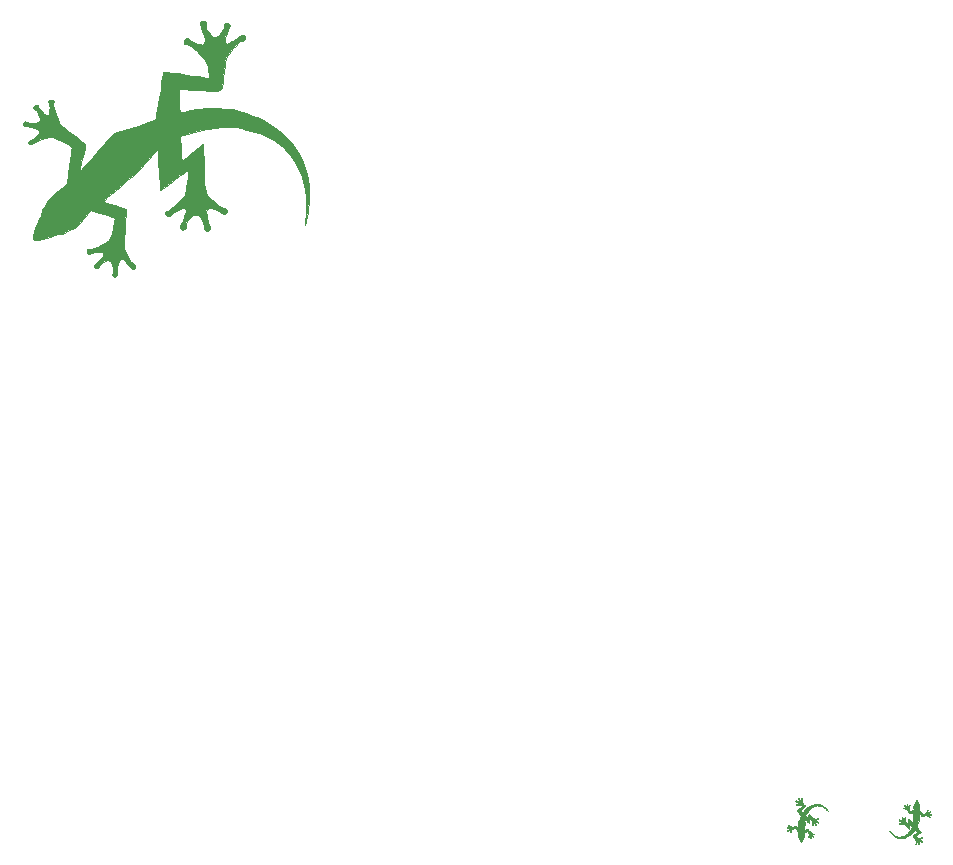
<source format=gbr>
%TF.GenerationSoftware,KiCad,Pcbnew,8.0.3*%
%TF.CreationDate,2024-09-02T20:30:28+10:00*%
%TF.ProjectId,Top_plate,546f705f-706c-4617-9465-2e6b69636164,rev?*%
%TF.SameCoordinates,Original*%
%TF.FileFunction,Soldermask,Top*%
%TF.FilePolarity,Negative*%
%FSLAX46Y46*%
G04 Gerber Fmt 4.6, Leading zero omitted, Abs format (unit mm)*
G04 Created by KiCad (PCBNEW 8.0.3) date 2024-09-02 20:30:28*
%MOMM*%
%LPD*%
G01*
G04 APERTURE LIST*
%ADD10C,0.010000*%
G04 APERTURE END LIST*
D10*
%TO.C,G\u002A\u002A\u002A*%
X134099123Y-111473722D02*
X134127371Y-111518568D01*
X134158411Y-111588058D01*
X134172083Y-111623053D01*
X134194649Y-111679234D01*
X134215546Y-111725532D01*
X134232544Y-111757381D01*
X134243417Y-111770216D01*
X134243930Y-111770285D01*
X134255318Y-111781837D01*
X134259797Y-111812850D01*
X134259805Y-111814482D01*
X134264802Y-111856302D01*
X134277075Y-111901499D01*
X134279513Y-111907933D01*
X134287885Y-111932126D01*
X134292231Y-111956764D01*
X134292583Y-111987861D01*
X134288970Y-112031433D01*
X134281421Y-112093495D01*
X134280463Y-112100861D01*
X134261703Y-112244531D01*
X134402677Y-112429685D01*
X134447660Y-112488764D01*
X134487130Y-112540599D01*
X134518592Y-112581914D01*
X134539553Y-112609434D01*
X134547479Y-112619833D01*
X134561509Y-112619827D01*
X134593409Y-112612968D01*
X134637189Y-112601117D01*
X134686863Y-112586137D01*
X134736442Y-112569890D01*
X134779937Y-112554239D01*
X134811361Y-112541046D01*
X134823181Y-112534088D01*
X134843907Y-112508482D01*
X134868654Y-112467610D01*
X134893651Y-112419174D01*
X134915129Y-112370877D01*
X134929316Y-112330420D01*
X134932905Y-112309958D01*
X134941066Y-112281577D01*
X134960444Y-112267841D01*
X134983379Y-112273394D01*
X134987415Y-112276920D01*
X134995516Y-112295109D01*
X134986561Y-112316534D01*
X134977295Y-112343815D01*
X134971727Y-112384222D01*
X134971005Y-112404261D01*
X134974751Y-112448076D01*
X134987506Y-112472043D01*
X135011537Y-112476646D01*
X135049116Y-112462368D01*
X135099650Y-112431608D01*
X135144355Y-112402384D01*
X135172811Y-112386382D01*
X135189562Y-112382238D01*
X135199152Y-112388588D01*
X135204637Y-112400086D01*
X135206418Y-112427913D01*
X135187148Y-112442126D01*
X135174522Y-112443390D01*
X135152028Y-112453512D01*
X135124612Y-112478724D01*
X135098501Y-112511294D01*
X135079923Y-112543490D01*
X135074977Y-112566979D01*
X135088380Y-112585645D01*
X135116595Y-112605762D01*
X135151197Y-112623180D01*
X135183760Y-112633751D01*
X135205860Y-112633325D01*
X135207520Y-112632250D01*
X135229393Y-112626433D01*
X135252074Y-112633913D01*
X135262902Y-112650375D01*
X135262910Y-112651123D01*
X135254542Y-112680959D01*
X135233512Y-112691412D01*
X135214755Y-112686001D01*
X135182746Y-112675826D01*
X135141962Y-112671650D01*
X135100848Y-112673164D01*
X135067850Y-112680063D01*
X135051453Y-112691935D01*
X135055629Y-112711215D01*
X135073799Y-112739425D01*
X135099950Y-112769846D01*
X135128070Y-112795759D01*
X135152146Y-112810445D01*
X135158615Y-112811690D01*
X135171306Y-112820475D01*
X135171775Y-112840221D01*
X135162269Y-112861011D01*
X135145033Y-112872929D01*
X135144729Y-112872989D01*
X135122529Y-112866730D01*
X135115092Y-112852495D01*
X135100967Y-112836193D01*
X135069107Y-112814064D01*
X135025578Y-112789154D01*
X134976443Y-112764509D01*
X134927768Y-112743174D01*
X134885618Y-112728197D01*
X134856501Y-112722623D01*
X134832854Y-112724410D01*
X134789616Y-112729431D01*
X134732290Y-112736984D01*
X134666378Y-112746367D01*
X134643599Y-112749759D01*
X134578991Y-112759126D01*
X134523993Y-112766418D01*
X134483149Y-112771085D01*
X134461003Y-112772578D01*
X134458387Y-112772151D01*
X134450655Y-112760143D01*
X134432102Y-112730588D01*
X134405264Y-112687542D01*
X134372673Y-112635063D01*
X134361838Y-112617577D01*
X134328086Y-112563899D01*
X134299153Y-112519429D01*
X134277555Y-112487917D01*
X134265809Y-112473115D01*
X134264523Y-112472537D01*
X134264026Y-112485942D01*
X134265030Y-112521265D01*
X134267374Y-112575083D01*
X134270897Y-112643968D01*
X134275435Y-112724495D01*
X134280000Y-112800000D01*
X134300098Y-113122840D01*
X134172040Y-113368589D01*
X134134951Y-113441143D01*
X134102879Y-113506547D01*
X134077410Y-113561344D01*
X134060126Y-113602079D01*
X134052613Y-113625295D01*
X134052719Y-113628939D01*
X134062455Y-113643061D01*
X134084908Y-113674570D01*
X134117824Y-113720333D01*
X134158947Y-113777221D01*
X134206022Y-113842100D01*
X134230735Y-113876076D01*
X134279543Y-113943397D01*
X134323098Y-114003995D01*
X134359236Y-114054815D01*
X134385792Y-114092804D01*
X134400602Y-114114907D01*
X134402933Y-114119071D01*
X134393991Y-114129270D01*
X134367325Y-114152053D01*
X134325812Y-114185150D01*
X134272330Y-114226291D01*
X134209758Y-114273203D01*
X134177255Y-114297166D01*
X134110963Y-114346058D01*
X134051923Y-114390132D01*
X134003109Y-114427126D01*
X133967491Y-114454778D01*
X133948042Y-114470826D01*
X133945329Y-114473722D01*
X133952576Y-114486982D01*
X133976285Y-114508252D01*
X134010580Y-114533453D01*
X134049582Y-114558511D01*
X134087413Y-114579347D01*
X134113755Y-114590529D01*
X134159641Y-114599612D01*
X134225699Y-114604011D01*
X134291555Y-114603865D01*
X134352712Y-114601411D01*
X134394081Y-114597331D01*
X134421267Y-114590585D01*
X134439875Y-114580133D01*
X134445520Y-114575294D01*
X134466107Y-114558740D01*
X134480373Y-114559693D01*
X134493876Y-114571575D01*
X134507900Y-114595207D01*
X134508185Y-114611416D01*
X134501848Y-114630877D01*
X134501105Y-114635178D01*
X134490036Y-114638895D01*
X134463336Y-114640488D01*
X134462582Y-114640490D01*
X134429282Y-114646267D01*
X134386155Y-114661049D01*
X134360198Y-114672851D01*
X134323328Y-114693230D01*
X134304848Y-114709734D01*
X134299618Y-114728047D01*
X134300295Y-114739069D01*
X134308460Y-114762305D01*
X134330259Y-114784389D01*
X134370557Y-114810104D01*
X134375303Y-114812785D01*
X134418200Y-114835297D01*
X134456977Y-114853020D01*
X134478677Y-114860757D01*
X134508891Y-114876907D01*
X134521285Y-114901650D01*
X134512469Y-114927849D01*
X134487541Y-114943542D01*
X134461393Y-114941030D01*
X134444409Y-114921320D01*
X134444385Y-114921247D01*
X134432244Y-114905679D01*
X134404039Y-114893208D01*
X134355155Y-114881809D01*
X134353994Y-114881589D01*
X134309005Y-114873786D01*
X134281951Y-114871975D01*
X134265954Y-114876713D01*
X134254139Y-114888557D01*
X134253223Y-114889757D01*
X134241217Y-114909230D01*
X134235891Y-114931518D01*
X134236581Y-114964087D01*
X134242334Y-115012299D01*
X134251510Y-115052890D01*
X134266239Y-115073027D01*
X134274112Y-115076390D01*
X134290459Y-115086019D01*
X134288978Y-115106756D01*
X134287025Y-115112383D01*
X134268323Y-115139413D01*
X134244389Y-115146776D01*
X134222913Y-115134260D01*
X134213663Y-115114389D01*
X134203338Y-115082133D01*
X134186801Y-115039078D01*
X134176004Y-115013615D01*
X134154299Y-114971838D01*
X134133205Y-114949559D01*
X134114712Y-114942364D01*
X134096743Y-114940872D01*
X134084229Y-114948130D01*
X134073357Y-114969146D01*
X134060314Y-115008925D01*
X134057882Y-115016995D01*
X134046320Y-115062806D01*
X134040201Y-115102160D01*
X134040586Y-115124470D01*
X134038441Y-115152324D01*
X134020798Y-115169107D01*
X133996246Y-115171800D01*
X133973378Y-115157387D01*
X133968418Y-115149823D01*
X133963163Y-115125472D01*
X133975657Y-115109060D01*
X133984616Y-115097912D01*
X133989690Y-115079485D01*
X133991256Y-115048849D01*
X133989691Y-115001073D01*
X133987174Y-114958501D01*
X133983668Y-114908336D01*
X133979022Y-114868048D01*
X133971153Y-114833446D01*
X133957978Y-114800338D01*
X133937416Y-114764533D01*
X133907383Y-114721839D01*
X133865796Y-114668064D01*
X133810572Y-114599017D01*
X133805283Y-114592434D01*
X133773598Y-114554246D01*
X133749386Y-114524762D01*
X133733865Y-114500865D01*
X133728250Y-114479436D01*
X133733757Y-114457357D01*
X133751603Y-114431508D01*
X133783003Y-114398771D01*
X133829173Y-114356028D01*
X133891330Y-114300161D01*
X133934453Y-114261180D01*
X134110751Y-114100905D01*
X134005688Y-114002397D01*
X133963251Y-113963231D01*
X133927595Y-113931491D01*
X133902727Y-113910666D01*
X133892889Y-113904138D01*
X133883345Y-113914320D01*
X133863703Y-113941610D01*
X133837132Y-113981454D01*
X133815771Y-114014914D01*
X133756713Y-114097984D01*
X133682063Y-114186300D01*
X133598491Y-114272873D01*
X133512665Y-114350716D01*
X133445119Y-114403250D01*
X133375399Y-114447650D01*
X133291981Y-114493061D01*
X133203426Y-114535387D01*
X133118293Y-114570527D01*
X133046955Y-114593904D01*
X132961207Y-114612489D01*
X132864377Y-114626611D01*
X132766323Y-114635278D01*
X132676908Y-114637498D01*
X132633672Y-114635506D01*
X132481777Y-114610503D01*
X132335223Y-114561720D01*
X132196102Y-114490567D01*
X132066507Y-114398455D01*
X131948529Y-114286796D01*
X131844259Y-114156999D01*
X131784288Y-114062640D01*
X131755015Y-114011840D01*
X131790251Y-114056290D01*
X131833249Y-114106090D01*
X131888566Y-114163761D01*
X131950580Y-114224030D01*
X132013667Y-114281621D01*
X132072204Y-114331259D01*
X132120568Y-114367671D01*
X132126205Y-114371411D01*
X132252629Y-114440341D01*
X132385776Y-114488601D01*
X132521856Y-114515542D01*
X132657079Y-114520513D01*
X132787656Y-114502863D01*
X132828760Y-114492059D01*
X132908530Y-114463550D01*
X132998798Y-114423461D01*
X133090389Y-114376282D01*
X133174130Y-114326502D01*
X133194142Y-114313240D01*
X133262601Y-114263379D01*
X133323922Y-114210835D01*
X133381146Y-114151978D01*
X133437317Y-114083180D01*
X133495475Y-114000812D01*
X133558664Y-113901246D01*
X133605959Y-113822034D01*
X133680005Y-113695729D01*
X133560330Y-113584626D01*
X133515554Y-113544384D01*
X133477856Y-113513015D01*
X133450756Y-113493262D01*
X133437772Y-113487865D01*
X133437193Y-113488681D01*
X133434741Y-113506485D01*
X133430519Y-113544282D01*
X133425089Y-113596774D01*
X133419017Y-113658661D01*
X133418143Y-113667819D01*
X133402555Y-113831799D01*
X133198753Y-113635266D01*
X133129740Y-113569190D01*
X133075699Y-113518811D01*
X133033725Y-113481779D01*
X133000912Y-113455748D01*
X132974355Y-113438370D01*
X132951148Y-113427298D01*
X132934556Y-113421822D01*
X132888905Y-113413774D01*
X132832364Y-113410558D01*
X132771946Y-113411754D01*
X132714662Y-113416943D01*
X132667524Y-113425706D01*
X132637542Y-113437624D01*
X132634874Y-113439733D01*
X132614241Y-113452336D01*
X132593764Y-113444783D01*
X132590661Y-113442573D01*
X132572936Y-113418441D01*
X132575746Y-113394067D01*
X132596546Y-113378210D01*
X132609956Y-113376199D01*
X132639813Y-113370845D01*
X132680048Y-113357933D01*
X132722284Y-113340897D01*
X132758145Y-113323167D01*
X132779256Y-113308176D01*
X132780726Y-113306226D01*
X132786099Y-113276158D01*
X132766318Y-113244373D01*
X132721559Y-113211090D01*
X132694959Y-113196518D01*
X132651672Y-113175131D01*
X132614995Y-113158156D01*
X132592930Y-113149292D01*
X132574716Y-113133027D01*
X132572185Y-113106558D01*
X132585945Y-113080929D01*
X132611603Y-113066535D01*
X132632521Y-113075161D01*
X132640090Y-113089625D01*
X132655770Y-113107508D01*
X132692459Y-113123759D01*
X132726671Y-113133549D01*
X132770011Y-113143916D01*
X132796300Y-113147290D01*
X132812995Y-113143348D01*
X132827554Y-113131765D01*
X132830328Y-113129037D01*
X132847076Y-113097400D01*
X132853523Y-113052940D01*
X132850020Y-113005755D01*
X132836917Y-112965939D01*
X132824092Y-112949354D01*
X132802074Y-112919814D01*
X132804212Y-112890996D01*
X132813075Y-112879199D01*
X132835608Y-112870234D01*
X132860085Y-112876151D01*
X132874748Y-112893239D01*
X132875503Y-112898896D01*
X132880366Y-112920637D01*
X132893089Y-112957318D01*
X132910079Y-112999015D01*
X132930118Y-113041987D01*
X132946016Y-113066125D01*
X132962132Y-113076528D01*
X132977920Y-113078390D01*
X132997212Y-113075696D01*
X133010834Y-113063873D01*
X133022968Y-113037305D01*
X133033970Y-113003128D01*
X133045094Y-112958646D01*
X133050550Y-112920568D01*
X133049827Y-112901362D01*
X133052632Y-112874384D01*
X133071316Y-112858075D01*
X133097109Y-112856960D01*
X133114863Y-112867805D01*
X133128308Y-112888306D01*
X133121313Y-112910735D01*
X133119731Y-112913322D01*
X133111790Y-112939991D01*
X133106482Y-112988299D01*
X133104174Y-113054584D01*
X133104105Y-113069821D01*
X133104105Y-113201298D01*
X133202263Y-113337448D01*
X133238068Y-113387579D01*
X133264875Y-113423567D01*
X133284428Y-113443931D01*
X133298467Y-113447188D01*
X133308735Y-113431858D01*
X133316974Y-113396457D01*
X133324925Y-113339504D01*
X133334331Y-113259516D01*
X133338828Y-113221265D01*
X133347232Y-113154591D01*
X133355281Y-113097862D01*
X133362292Y-113055387D01*
X133367581Y-113031473D01*
X133369513Y-113027794D01*
X133380833Y-113035987D01*
X133407975Y-113058728D01*
X133447989Y-113093451D01*
X133497927Y-113137593D01*
X133554840Y-113188587D01*
X133566620Y-113199220D01*
X133624190Y-113250978D01*
X133674997Y-113296143D01*
X133716186Y-113332220D01*
X133744902Y-113356713D01*
X133758290Y-113367126D01*
X133758888Y-113367291D01*
X133759136Y-113354195D01*
X133757896Y-113320393D01*
X133755386Y-113270522D01*
X133751823Y-113209217D01*
X133750394Y-113186340D01*
X133746834Y-113117885D01*
X133745427Y-113052850D01*
X133746347Y-112985514D01*
X133749770Y-112910161D01*
X133755869Y-112821072D01*
X133764821Y-112712529D01*
X133764906Y-112711552D01*
X133772025Y-112627630D01*
X133778060Y-112552568D01*
X133782753Y-112489923D01*
X133785845Y-112443250D01*
X133787078Y-112416107D01*
X133786793Y-112410644D01*
X133774894Y-112414964D01*
X133745271Y-112429596D01*
X133702278Y-112452296D01*
X133650270Y-112480820D01*
X133645722Y-112483357D01*
X133593254Y-112512213D01*
X133549530Y-112535385D01*
X133518874Y-112550646D01*
X133505608Y-112555768D01*
X133505421Y-112555665D01*
X133485132Y-112529912D01*
X133453205Y-112491821D01*
X133412954Y-112445106D01*
X133367691Y-112393481D01*
X133320731Y-112340660D01*
X133275385Y-112290357D01*
X133234968Y-112246286D01*
X133202793Y-112212160D01*
X133182172Y-112191694D01*
X133177177Y-112187716D01*
X133133871Y-112167870D01*
X133083477Y-112149693D01*
X133032885Y-112135074D01*
X132988984Y-112125900D01*
X132958662Y-112124060D01*
X132951663Y-112125912D01*
X132926684Y-112128073D01*
X132907815Y-112112788D01*
X132903482Y-112087908D01*
X132905081Y-112082524D01*
X132914044Y-112073141D01*
X132934989Y-112068884D01*
X132972972Y-112069194D01*
X133006179Y-112071350D01*
X133054382Y-112074554D01*
X133083100Y-112074238D01*
X133098152Y-112069097D01*
X133105358Y-112057826D01*
X133108099Y-112048487D01*
X133109018Y-112020331D01*
X133095590Y-111988895D01*
X133065436Y-111949977D01*
X133033111Y-111916042D01*
X133004295Y-111880630D01*
X132995551Y-111853604D01*
X133007045Y-111837397D01*
X133027506Y-111833790D01*
X133049211Y-111842642D01*
X133053327Y-111856015D01*
X133064077Y-111877058D01*
X133090996Y-111901169D01*
X133126142Y-111923425D01*
X133161570Y-111938905D01*
X133189341Y-111942690D01*
X133192132Y-111942016D01*
X133212264Y-111924367D01*
X133229593Y-111890764D01*
X133241180Y-111850650D01*
X133244083Y-111813470D01*
X133238580Y-111792831D01*
X133232565Y-111768347D01*
X133240094Y-111756220D01*
X133262981Y-111746648D01*
X133283720Y-111756472D01*
X133293288Y-111780634D01*
X133293142Y-111785963D01*
X133292058Y-111815533D01*
X133292133Y-111857868D01*
X133292629Y-111879933D01*
X133295729Y-111920365D01*
X133303474Y-111941991D01*
X133318260Y-111951307D01*
X133319038Y-111951516D01*
X133341593Y-111945839D01*
X133369798Y-111923556D01*
X133397932Y-111890775D01*
X133420271Y-111853603D01*
X133427240Y-111836040D01*
X133442736Y-111813469D01*
X133463841Y-111810824D01*
X133487258Y-111822324D01*
X133495126Y-111841786D01*
X133485348Y-111859746D01*
X133475735Y-111864482D01*
X133461190Y-111879646D01*
X133443322Y-111913186D01*
X133424434Y-111958707D01*
X133406830Y-112009817D01*
X133392814Y-112060122D01*
X133384690Y-112103228D01*
X133383557Y-112120296D01*
X133391458Y-112152210D01*
X133414034Y-112200294D01*
X133449693Y-112261207D01*
X133454035Y-112268061D01*
X133524460Y-112378482D01*
X133660357Y-112307393D01*
X133713843Y-112279162D01*
X133759067Y-112254819D01*
X133791269Y-112236960D01*
X133805686Y-112228179D01*
X133805694Y-112228172D01*
X133808584Y-112212938D01*
X133809139Y-112177936D01*
X133807410Y-112128687D01*
X133804316Y-112081438D01*
X133799905Y-112017664D01*
X133798710Y-111972762D01*
X133801152Y-111940361D01*
X133807649Y-111914088D01*
X133816823Y-111891488D01*
X133831801Y-111849269D01*
X133839949Y-111808377D01*
X133840426Y-111799796D01*
X133846775Y-111766596D01*
X133860735Y-111755346D01*
X133874074Y-111742595D01*
X133894682Y-111710933D01*
X133919893Y-111664826D01*
X133942821Y-111617890D01*
X133981512Y-111540059D01*
X134014861Y-111486690D01*
X134044495Y-111457820D01*
X134072040Y-111453485D01*
X134099123Y-111473722D01*
G36*
X134099123Y-111473722D02*
G01*
X134127371Y-111518568D01*
X134158411Y-111588058D01*
X134172083Y-111623053D01*
X134194649Y-111679234D01*
X134215546Y-111725532D01*
X134232544Y-111757381D01*
X134243417Y-111770216D01*
X134243930Y-111770285D01*
X134255318Y-111781837D01*
X134259797Y-111812850D01*
X134259805Y-111814482D01*
X134264802Y-111856302D01*
X134277075Y-111901499D01*
X134279513Y-111907933D01*
X134287885Y-111932126D01*
X134292231Y-111956764D01*
X134292583Y-111987861D01*
X134288970Y-112031433D01*
X134281421Y-112093495D01*
X134280463Y-112100861D01*
X134261703Y-112244531D01*
X134402677Y-112429685D01*
X134447660Y-112488764D01*
X134487130Y-112540599D01*
X134518592Y-112581914D01*
X134539553Y-112609434D01*
X134547479Y-112619833D01*
X134561509Y-112619827D01*
X134593409Y-112612968D01*
X134637189Y-112601117D01*
X134686863Y-112586137D01*
X134736442Y-112569890D01*
X134779937Y-112554239D01*
X134811361Y-112541046D01*
X134823181Y-112534088D01*
X134843907Y-112508482D01*
X134868654Y-112467610D01*
X134893651Y-112419174D01*
X134915129Y-112370877D01*
X134929316Y-112330420D01*
X134932905Y-112309958D01*
X134941066Y-112281577D01*
X134960444Y-112267841D01*
X134983379Y-112273394D01*
X134987415Y-112276920D01*
X134995516Y-112295109D01*
X134986561Y-112316534D01*
X134977295Y-112343815D01*
X134971727Y-112384222D01*
X134971005Y-112404261D01*
X134974751Y-112448076D01*
X134987506Y-112472043D01*
X135011537Y-112476646D01*
X135049116Y-112462368D01*
X135099650Y-112431608D01*
X135144355Y-112402384D01*
X135172811Y-112386382D01*
X135189562Y-112382238D01*
X135199152Y-112388588D01*
X135204637Y-112400086D01*
X135206418Y-112427913D01*
X135187148Y-112442126D01*
X135174522Y-112443390D01*
X135152028Y-112453512D01*
X135124612Y-112478724D01*
X135098501Y-112511294D01*
X135079923Y-112543490D01*
X135074977Y-112566979D01*
X135088380Y-112585645D01*
X135116595Y-112605762D01*
X135151197Y-112623180D01*
X135183760Y-112633751D01*
X135205860Y-112633325D01*
X135207520Y-112632250D01*
X135229393Y-112626433D01*
X135252074Y-112633913D01*
X135262902Y-112650375D01*
X135262910Y-112651123D01*
X135254542Y-112680959D01*
X135233512Y-112691412D01*
X135214755Y-112686001D01*
X135182746Y-112675826D01*
X135141962Y-112671650D01*
X135100848Y-112673164D01*
X135067850Y-112680063D01*
X135051453Y-112691935D01*
X135055629Y-112711215D01*
X135073799Y-112739425D01*
X135099950Y-112769846D01*
X135128070Y-112795759D01*
X135152146Y-112810445D01*
X135158615Y-112811690D01*
X135171306Y-112820475D01*
X135171775Y-112840221D01*
X135162269Y-112861011D01*
X135145033Y-112872929D01*
X135144729Y-112872989D01*
X135122529Y-112866730D01*
X135115092Y-112852495D01*
X135100967Y-112836193D01*
X135069107Y-112814064D01*
X135025578Y-112789154D01*
X134976443Y-112764509D01*
X134927768Y-112743174D01*
X134885618Y-112728197D01*
X134856501Y-112722623D01*
X134832854Y-112724410D01*
X134789616Y-112729431D01*
X134732290Y-112736984D01*
X134666378Y-112746367D01*
X134643599Y-112749759D01*
X134578991Y-112759126D01*
X134523993Y-112766418D01*
X134483149Y-112771085D01*
X134461003Y-112772578D01*
X134458387Y-112772151D01*
X134450655Y-112760143D01*
X134432102Y-112730588D01*
X134405264Y-112687542D01*
X134372673Y-112635063D01*
X134361838Y-112617577D01*
X134328086Y-112563899D01*
X134299153Y-112519429D01*
X134277555Y-112487917D01*
X134265809Y-112473115D01*
X134264523Y-112472537D01*
X134264026Y-112485942D01*
X134265030Y-112521265D01*
X134267374Y-112575083D01*
X134270897Y-112643968D01*
X134275435Y-112724495D01*
X134280000Y-112800000D01*
X134300098Y-113122840D01*
X134172040Y-113368589D01*
X134134951Y-113441143D01*
X134102879Y-113506547D01*
X134077410Y-113561344D01*
X134060126Y-113602079D01*
X134052613Y-113625295D01*
X134052719Y-113628939D01*
X134062455Y-113643061D01*
X134084908Y-113674570D01*
X134117824Y-113720333D01*
X134158947Y-113777221D01*
X134206022Y-113842100D01*
X134230735Y-113876076D01*
X134279543Y-113943397D01*
X134323098Y-114003995D01*
X134359236Y-114054815D01*
X134385792Y-114092804D01*
X134400602Y-114114907D01*
X134402933Y-114119071D01*
X134393991Y-114129270D01*
X134367325Y-114152053D01*
X134325812Y-114185150D01*
X134272330Y-114226291D01*
X134209758Y-114273203D01*
X134177255Y-114297166D01*
X134110963Y-114346058D01*
X134051923Y-114390132D01*
X134003109Y-114427126D01*
X133967491Y-114454778D01*
X133948042Y-114470826D01*
X133945329Y-114473722D01*
X133952576Y-114486982D01*
X133976285Y-114508252D01*
X134010580Y-114533453D01*
X134049582Y-114558511D01*
X134087413Y-114579347D01*
X134113755Y-114590529D01*
X134159641Y-114599612D01*
X134225699Y-114604011D01*
X134291555Y-114603865D01*
X134352712Y-114601411D01*
X134394081Y-114597331D01*
X134421267Y-114590585D01*
X134439875Y-114580133D01*
X134445520Y-114575294D01*
X134466107Y-114558740D01*
X134480373Y-114559693D01*
X134493876Y-114571575D01*
X134507900Y-114595207D01*
X134508185Y-114611416D01*
X134501848Y-114630877D01*
X134501105Y-114635178D01*
X134490036Y-114638895D01*
X134463336Y-114640488D01*
X134462582Y-114640490D01*
X134429282Y-114646267D01*
X134386155Y-114661049D01*
X134360198Y-114672851D01*
X134323328Y-114693230D01*
X134304848Y-114709734D01*
X134299618Y-114728047D01*
X134300295Y-114739069D01*
X134308460Y-114762305D01*
X134330259Y-114784389D01*
X134370557Y-114810104D01*
X134375303Y-114812785D01*
X134418200Y-114835297D01*
X134456977Y-114853020D01*
X134478677Y-114860757D01*
X134508891Y-114876907D01*
X134521285Y-114901650D01*
X134512469Y-114927849D01*
X134487541Y-114943542D01*
X134461393Y-114941030D01*
X134444409Y-114921320D01*
X134444385Y-114921247D01*
X134432244Y-114905679D01*
X134404039Y-114893208D01*
X134355155Y-114881809D01*
X134353994Y-114881589D01*
X134309005Y-114873786D01*
X134281951Y-114871975D01*
X134265954Y-114876713D01*
X134254139Y-114888557D01*
X134253223Y-114889757D01*
X134241217Y-114909230D01*
X134235891Y-114931518D01*
X134236581Y-114964087D01*
X134242334Y-115012299D01*
X134251510Y-115052890D01*
X134266239Y-115073027D01*
X134274112Y-115076390D01*
X134290459Y-115086019D01*
X134288978Y-115106756D01*
X134287025Y-115112383D01*
X134268323Y-115139413D01*
X134244389Y-115146776D01*
X134222913Y-115134260D01*
X134213663Y-115114389D01*
X134203338Y-115082133D01*
X134186801Y-115039078D01*
X134176004Y-115013615D01*
X134154299Y-114971838D01*
X134133205Y-114949559D01*
X134114712Y-114942364D01*
X134096743Y-114940872D01*
X134084229Y-114948130D01*
X134073357Y-114969146D01*
X134060314Y-115008925D01*
X134057882Y-115016995D01*
X134046320Y-115062806D01*
X134040201Y-115102160D01*
X134040586Y-115124470D01*
X134038441Y-115152324D01*
X134020798Y-115169107D01*
X133996246Y-115171800D01*
X133973378Y-115157387D01*
X133968418Y-115149823D01*
X133963163Y-115125472D01*
X133975657Y-115109060D01*
X133984616Y-115097912D01*
X133989690Y-115079485D01*
X133991256Y-115048849D01*
X133989691Y-115001073D01*
X133987174Y-114958501D01*
X133983668Y-114908336D01*
X133979022Y-114868048D01*
X133971153Y-114833446D01*
X133957978Y-114800338D01*
X133937416Y-114764533D01*
X133907383Y-114721839D01*
X133865796Y-114668064D01*
X133810572Y-114599017D01*
X133805283Y-114592434D01*
X133773598Y-114554246D01*
X133749386Y-114524762D01*
X133733865Y-114500865D01*
X133728250Y-114479436D01*
X133733757Y-114457357D01*
X133751603Y-114431508D01*
X133783003Y-114398771D01*
X133829173Y-114356028D01*
X133891330Y-114300161D01*
X133934453Y-114261180D01*
X134110751Y-114100905D01*
X134005688Y-114002397D01*
X133963251Y-113963231D01*
X133927595Y-113931491D01*
X133902727Y-113910666D01*
X133892889Y-113904138D01*
X133883345Y-113914320D01*
X133863703Y-113941610D01*
X133837132Y-113981454D01*
X133815771Y-114014914D01*
X133756713Y-114097984D01*
X133682063Y-114186300D01*
X133598491Y-114272873D01*
X133512665Y-114350716D01*
X133445119Y-114403250D01*
X133375399Y-114447650D01*
X133291981Y-114493061D01*
X133203426Y-114535387D01*
X133118293Y-114570527D01*
X133046955Y-114593904D01*
X132961207Y-114612489D01*
X132864377Y-114626611D01*
X132766323Y-114635278D01*
X132676908Y-114637498D01*
X132633672Y-114635506D01*
X132481777Y-114610503D01*
X132335223Y-114561720D01*
X132196102Y-114490567D01*
X132066507Y-114398455D01*
X131948529Y-114286796D01*
X131844259Y-114156999D01*
X131784288Y-114062640D01*
X131755015Y-114011840D01*
X131790251Y-114056290D01*
X131833249Y-114106090D01*
X131888566Y-114163761D01*
X131950580Y-114224030D01*
X132013667Y-114281621D01*
X132072204Y-114331259D01*
X132120568Y-114367671D01*
X132126205Y-114371411D01*
X132252629Y-114440341D01*
X132385776Y-114488601D01*
X132521856Y-114515542D01*
X132657079Y-114520513D01*
X132787656Y-114502863D01*
X132828760Y-114492059D01*
X132908530Y-114463550D01*
X132998798Y-114423461D01*
X133090389Y-114376282D01*
X133174130Y-114326502D01*
X133194142Y-114313240D01*
X133262601Y-114263379D01*
X133323922Y-114210835D01*
X133381146Y-114151978D01*
X133437317Y-114083180D01*
X133495475Y-114000812D01*
X133558664Y-113901246D01*
X133605959Y-113822034D01*
X133680005Y-113695729D01*
X133560330Y-113584626D01*
X133515554Y-113544384D01*
X133477856Y-113513015D01*
X133450756Y-113493262D01*
X133437772Y-113487865D01*
X133437193Y-113488681D01*
X133434741Y-113506485D01*
X133430519Y-113544282D01*
X133425089Y-113596774D01*
X133419017Y-113658661D01*
X133418143Y-113667819D01*
X133402555Y-113831799D01*
X133198753Y-113635266D01*
X133129740Y-113569190D01*
X133075699Y-113518811D01*
X133033725Y-113481779D01*
X133000912Y-113455748D01*
X132974355Y-113438370D01*
X132951148Y-113427298D01*
X132934556Y-113421822D01*
X132888905Y-113413774D01*
X132832364Y-113410558D01*
X132771946Y-113411754D01*
X132714662Y-113416943D01*
X132667524Y-113425706D01*
X132637542Y-113437624D01*
X132634874Y-113439733D01*
X132614241Y-113452336D01*
X132593764Y-113444783D01*
X132590661Y-113442573D01*
X132572936Y-113418441D01*
X132575746Y-113394067D01*
X132596546Y-113378210D01*
X132609956Y-113376199D01*
X132639813Y-113370845D01*
X132680048Y-113357933D01*
X132722284Y-113340897D01*
X132758145Y-113323167D01*
X132779256Y-113308176D01*
X132780726Y-113306226D01*
X132786099Y-113276158D01*
X132766318Y-113244373D01*
X132721559Y-113211090D01*
X132694959Y-113196518D01*
X132651672Y-113175131D01*
X132614995Y-113158156D01*
X132592930Y-113149292D01*
X132574716Y-113133027D01*
X132572185Y-113106558D01*
X132585945Y-113080929D01*
X132611603Y-113066535D01*
X132632521Y-113075161D01*
X132640090Y-113089625D01*
X132655770Y-113107508D01*
X132692459Y-113123759D01*
X132726671Y-113133549D01*
X132770011Y-113143916D01*
X132796300Y-113147290D01*
X132812995Y-113143348D01*
X132827554Y-113131765D01*
X132830328Y-113129037D01*
X132847076Y-113097400D01*
X132853523Y-113052940D01*
X132850020Y-113005755D01*
X132836917Y-112965939D01*
X132824092Y-112949354D01*
X132802074Y-112919814D01*
X132804212Y-112890996D01*
X132813075Y-112879199D01*
X132835608Y-112870234D01*
X132860085Y-112876151D01*
X132874748Y-112893239D01*
X132875503Y-112898896D01*
X132880366Y-112920637D01*
X132893089Y-112957318D01*
X132910079Y-112999015D01*
X132930118Y-113041987D01*
X132946016Y-113066125D01*
X132962132Y-113076528D01*
X132977920Y-113078390D01*
X132997212Y-113075696D01*
X133010834Y-113063873D01*
X133022968Y-113037305D01*
X133033970Y-113003128D01*
X133045094Y-112958646D01*
X133050550Y-112920568D01*
X133049827Y-112901362D01*
X133052632Y-112874384D01*
X133071316Y-112858075D01*
X133097109Y-112856960D01*
X133114863Y-112867805D01*
X133128308Y-112888306D01*
X133121313Y-112910735D01*
X133119731Y-112913322D01*
X133111790Y-112939991D01*
X133106482Y-112988299D01*
X133104174Y-113054584D01*
X133104105Y-113069821D01*
X133104105Y-113201298D01*
X133202263Y-113337448D01*
X133238068Y-113387579D01*
X133264875Y-113423567D01*
X133284428Y-113443931D01*
X133298467Y-113447188D01*
X133308735Y-113431858D01*
X133316974Y-113396457D01*
X133324925Y-113339504D01*
X133334331Y-113259516D01*
X133338828Y-113221265D01*
X133347232Y-113154591D01*
X133355281Y-113097862D01*
X133362292Y-113055387D01*
X133367581Y-113031473D01*
X133369513Y-113027794D01*
X133380833Y-113035987D01*
X133407975Y-113058728D01*
X133447989Y-113093451D01*
X133497927Y-113137593D01*
X133554840Y-113188587D01*
X133566620Y-113199220D01*
X133624190Y-113250978D01*
X133674997Y-113296143D01*
X133716186Y-113332220D01*
X133744902Y-113356713D01*
X133758290Y-113367126D01*
X133758888Y-113367291D01*
X133759136Y-113354195D01*
X133757896Y-113320393D01*
X133755386Y-113270522D01*
X133751823Y-113209217D01*
X133750394Y-113186340D01*
X133746834Y-113117885D01*
X133745427Y-113052850D01*
X133746347Y-112985514D01*
X133749770Y-112910161D01*
X133755869Y-112821072D01*
X133764821Y-112712529D01*
X133764906Y-112711552D01*
X133772025Y-112627630D01*
X133778060Y-112552568D01*
X133782753Y-112489923D01*
X133785845Y-112443250D01*
X133787078Y-112416107D01*
X133786793Y-112410644D01*
X133774894Y-112414964D01*
X133745271Y-112429596D01*
X133702278Y-112452296D01*
X133650270Y-112480820D01*
X133645722Y-112483357D01*
X133593254Y-112512213D01*
X133549530Y-112535385D01*
X133518874Y-112550646D01*
X133505608Y-112555768D01*
X133505421Y-112555665D01*
X133485132Y-112529912D01*
X133453205Y-112491821D01*
X133412954Y-112445106D01*
X133367691Y-112393481D01*
X133320731Y-112340660D01*
X133275385Y-112290357D01*
X133234968Y-112246286D01*
X133202793Y-112212160D01*
X133182172Y-112191694D01*
X133177177Y-112187716D01*
X133133871Y-112167870D01*
X133083477Y-112149693D01*
X133032885Y-112135074D01*
X132988984Y-112125900D01*
X132958662Y-112124060D01*
X132951663Y-112125912D01*
X132926684Y-112128073D01*
X132907815Y-112112788D01*
X132903482Y-112087908D01*
X132905081Y-112082524D01*
X132914044Y-112073141D01*
X132934989Y-112068884D01*
X132972972Y-112069194D01*
X133006179Y-112071350D01*
X133054382Y-112074554D01*
X133083100Y-112074238D01*
X133098152Y-112069097D01*
X133105358Y-112057826D01*
X133108099Y-112048487D01*
X133109018Y-112020331D01*
X133095590Y-111988895D01*
X133065436Y-111949977D01*
X133033111Y-111916042D01*
X133004295Y-111880630D01*
X132995551Y-111853604D01*
X133007045Y-111837397D01*
X133027506Y-111833790D01*
X133049211Y-111842642D01*
X133053327Y-111856015D01*
X133064077Y-111877058D01*
X133090996Y-111901169D01*
X133126142Y-111923425D01*
X133161570Y-111938905D01*
X133189341Y-111942690D01*
X133192132Y-111942016D01*
X133212264Y-111924367D01*
X133229593Y-111890764D01*
X133241180Y-111850650D01*
X133244083Y-111813470D01*
X133238580Y-111792831D01*
X133232565Y-111768347D01*
X133240094Y-111756220D01*
X133262981Y-111746648D01*
X133283720Y-111756472D01*
X133293288Y-111780634D01*
X133293142Y-111785963D01*
X133292058Y-111815533D01*
X133292133Y-111857868D01*
X133292629Y-111879933D01*
X133295729Y-111920365D01*
X133303474Y-111941991D01*
X133318260Y-111951307D01*
X133319038Y-111951516D01*
X133341593Y-111945839D01*
X133369798Y-111923556D01*
X133397932Y-111890775D01*
X133420271Y-111853603D01*
X133427240Y-111836040D01*
X133442736Y-111813469D01*
X133463841Y-111810824D01*
X133487258Y-111822324D01*
X133495126Y-111841786D01*
X133485348Y-111859746D01*
X133475735Y-111864482D01*
X133461190Y-111879646D01*
X133443322Y-111913186D01*
X133424434Y-111958707D01*
X133406830Y-112009817D01*
X133392814Y-112060122D01*
X133384690Y-112103228D01*
X133383557Y-112120296D01*
X133391458Y-112152210D01*
X133414034Y-112200294D01*
X133449693Y-112261207D01*
X133454035Y-112268061D01*
X133524460Y-112378482D01*
X133660357Y-112307393D01*
X133713843Y-112279162D01*
X133759067Y-112254819D01*
X133791269Y-112236960D01*
X133805686Y-112228179D01*
X133805694Y-112228172D01*
X133808584Y-112212938D01*
X133809139Y-112177936D01*
X133807410Y-112128687D01*
X133804316Y-112081438D01*
X133799905Y-112017664D01*
X133798710Y-111972762D01*
X133801152Y-111940361D01*
X133807649Y-111914088D01*
X133816823Y-111891488D01*
X133831801Y-111849269D01*
X133839949Y-111808377D01*
X133840426Y-111799796D01*
X133846775Y-111766596D01*
X133860735Y-111755346D01*
X133874074Y-111742595D01*
X133894682Y-111710933D01*
X133919893Y-111664826D01*
X133942821Y-111617890D01*
X133981512Y-111540059D01*
X134014861Y-111486690D01*
X134044495Y-111457820D01*
X134072040Y-111453485D01*
X134099123Y-111473722D01*
G37*
X73790982Y-45490886D02*
X73902401Y-45625990D01*
X73889553Y-45798971D01*
X73889321Y-45799421D01*
X73873165Y-45930043D01*
X73947337Y-46121796D01*
X74124045Y-46405973D01*
X74128481Y-46412480D01*
X74303777Y-46661345D01*
X74422772Y-46797418D01*
X74520516Y-46850491D01*
X74632050Y-46850355D01*
X74642021Y-46849019D01*
X74790416Y-46813815D01*
X74920588Y-46733858D01*
X75070866Y-46577075D01*
X75271020Y-46322678D01*
X75419116Y-46088075D01*
X75444603Y-45923715D01*
X75423345Y-45870749D01*
X75391678Y-45748295D01*
X75496413Y-45657523D01*
X75532146Y-45640204D01*
X75747728Y-45600943D01*
X75895263Y-45679063D01*
X75937505Y-45839301D01*
X75887435Y-45976579D01*
X75784051Y-46177306D01*
X75659045Y-46458231D01*
X75589908Y-46629156D01*
X75495286Y-46928415D01*
X75489702Y-47132878D01*
X75542960Y-47253968D01*
X75620631Y-47345710D01*
X75713842Y-47370488D01*
X75864163Y-47322673D01*
X76113165Y-47196635D01*
X76162670Y-47170057D01*
X76433132Y-47008609D01*
X76647496Y-46851936D01*
X76750853Y-46744948D01*
X76892266Y-46623756D01*
X77054552Y-46627814D01*
X77182987Y-46730852D01*
X77222846Y-46906601D01*
X77210568Y-46965636D01*
X77120550Y-47105198D01*
X76984284Y-47123672D01*
X76889497Y-47133990D01*
X76778715Y-47196933D01*
X76626914Y-47333971D01*
X76409073Y-47566568D01*
X76220251Y-47779119D01*
X76000298Y-48032130D01*
X75832281Y-48243952D01*
X75706260Y-48444163D01*
X75612293Y-48662338D01*
X75540438Y-48928058D01*
X75480755Y-49270900D01*
X75423300Y-49720439D01*
X75358134Y-50306256D01*
X75352037Y-50362216D01*
X75321382Y-50691605D01*
X75296529Y-50944726D01*
X75257046Y-51130545D01*
X75182498Y-51258032D01*
X75052453Y-51336156D01*
X74846475Y-51373883D01*
X74544134Y-51380185D01*
X74124992Y-51364028D01*
X73568618Y-51334381D01*
X73181580Y-51314853D01*
X71594957Y-51239319D01*
X71625861Y-52198963D01*
X71641279Y-52583645D01*
X71659736Y-52901350D01*
X71678798Y-53116753D01*
X71694401Y-53193896D01*
X71787391Y-53190891D01*
X72008628Y-53154842D01*
X72321715Y-53092267D01*
X72580140Y-53035236D01*
X73250143Y-52922041D01*
X74018369Y-52857620D01*
X74820442Y-52843474D01*
X75591984Y-52881101D01*
X76158048Y-52951870D01*
X76696014Y-53071232D01*
X77303318Y-53250394D01*
X77920293Y-53468324D01*
X78487268Y-53703994D01*
X78933763Y-53930084D01*
X79425587Y-54246693D01*
X79948623Y-54636583D01*
X80451710Y-55057952D01*
X80883686Y-55468997D01*
X81078106Y-55682204D01*
X81676283Y-56516110D01*
X82137178Y-57436939D01*
X82457581Y-58428178D01*
X82634281Y-59473314D01*
X82664068Y-60555837D01*
X82543732Y-61659234D01*
X82381625Y-62386758D01*
X82280144Y-62764223D01*
X82323580Y-62388581D01*
X82355648Y-61951127D01*
X82366745Y-61418492D01*
X82358517Y-60842047D01*
X82332607Y-60273165D01*
X82290659Y-59763220D01*
X82234317Y-59363584D01*
X82225378Y-59319384D01*
X81954343Y-58398475D01*
X81554185Y-57543312D01*
X81039701Y-56774825D01*
X80425686Y-56113945D01*
X79726934Y-55581602D01*
X79482240Y-55438770D01*
X78971805Y-55197120D01*
X78357299Y-54960575D01*
X77703128Y-54751214D01*
X77073702Y-54591119D01*
X76916850Y-54559298D01*
X76359085Y-54471624D01*
X75822320Y-54430253D01*
X75275107Y-54437948D01*
X74686000Y-54497476D01*
X74023552Y-54611600D01*
X73256318Y-54783084D01*
X72659961Y-54933540D01*
X71715496Y-55179890D01*
X71755907Y-56267791D01*
X71777278Y-56668572D01*
X71807111Y-56994154D01*
X71841743Y-57215023D01*
X71877513Y-57301669D01*
X71884090Y-57300551D01*
X71979575Y-57228185D01*
X72177656Y-57069913D01*
X72450699Y-56848057D01*
X72771066Y-56584942D01*
X72818357Y-56545889D01*
X73664851Y-55846367D01*
X73699110Y-57733564D01*
X73712959Y-58370376D01*
X73730218Y-58862619D01*
X73753517Y-59235056D01*
X73785487Y-59512449D01*
X73828761Y-59719562D01*
X73885968Y-59881155D01*
X73938367Y-59985188D01*
X74115632Y-60238325D01*
X74367005Y-60520020D01*
X74657455Y-60799195D01*
X74951956Y-61044774D01*
X75215478Y-61225678D01*
X75412992Y-61310830D01*
X75435515Y-61313462D01*
X75592193Y-61351320D01*
X75653115Y-61483451D01*
X75657323Y-61508498D01*
X75627123Y-61705814D01*
X75498973Y-61807468D01*
X75326174Y-61784167D01*
X75253479Y-61730431D01*
X75087489Y-61614923D01*
X74836956Y-61486121D01*
X74557542Y-61367331D01*
X74304912Y-61281859D01*
X74134727Y-61253010D01*
X74118602Y-61255269D01*
X73951536Y-61371684D01*
X73894942Y-61614770D01*
X73949044Y-61982660D01*
X74005743Y-62176746D01*
X74108982Y-62481628D01*
X74201860Y-62734541D01*
X74264089Y-62880347D01*
X74273276Y-63042878D01*
X74160432Y-63179588D01*
X73974754Y-63235537D01*
X73785944Y-63182439D01*
X73727996Y-63043166D01*
X73760502Y-62939304D01*
X73770885Y-62781088D01*
X73674540Y-62531527D01*
X73559415Y-62324098D01*
X73403976Y-62070918D01*
X73295955Y-61931082D01*
X73198671Y-61870964D01*
X73075435Y-61856939D01*
X73049499Y-61856722D01*
X72821410Y-61926908D01*
X72581434Y-62106101D01*
X72375513Y-62345050D01*
X72249588Y-62594513D01*
X72231863Y-62733154D01*
X72196403Y-62976198D01*
X72050473Y-63101971D01*
X71953079Y-63115800D01*
X71804602Y-63051839D01*
X71717108Y-62908563D01*
X71728537Y-62758887D01*
X71751647Y-62728661D01*
X71831211Y-62603247D01*
X71944150Y-62370356D01*
X72060618Y-62093704D01*
X72168726Y-61796664D01*
X72207569Y-61607934D01*
X72180638Y-61482920D01*
X72114991Y-61399721D01*
X72011351Y-61321473D01*
X71891403Y-61312992D01*
X71708959Y-61381036D01*
X71495979Y-61490283D01*
X71233851Y-61647535D01*
X71028633Y-61801321D01*
X70941502Y-61895267D01*
X70801101Y-62009215D01*
X70636147Y-61998019D01*
X70509301Y-61881685D01*
X70476730Y-61746871D01*
X70509988Y-61586847D01*
X70648701Y-61514091D01*
X70668352Y-61509349D01*
X70831507Y-61421067D01*
X71084250Y-61218363D01*
X71407603Y-60916773D01*
X71479760Y-60845271D01*
X72099546Y-60225485D01*
X72278641Y-59120943D01*
X72346173Y-58715840D01*
X72389451Y-58419818D01*
X72393276Y-58231651D01*
X72342450Y-58150112D01*
X72221776Y-58173979D01*
X72016058Y-58302023D01*
X71710096Y-58533020D01*
X71288694Y-58865744D01*
X71087172Y-59024864D01*
X70733254Y-59299548D01*
X70427889Y-59529027D01*
X70194607Y-59696210D01*
X70056943Y-59784008D01*
X70030491Y-59792245D01*
X70015752Y-59700258D01*
X69995007Y-59465110D01*
X69970064Y-59112793D01*
X69942738Y-58669298D01*
X69914838Y-58160615D01*
X69909430Y-58054963D01*
X69882032Y-57539582D01*
X69855438Y-57087166D01*
X69831340Y-56722932D01*
X69811432Y-56472104D01*
X69797407Y-56359901D01*
X69795366Y-56356311D01*
X69732464Y-56416876D01*
X69578966Y-56582063D01*
X69355702Y-56828992D01*
X69083503Y-57134781D01*
X68982392Y-57249360D01*
X68676479Y-57588839D01*
X68376532Y-57902056D01*
X68054772Y-58215139D01*
X67683420Y-58554223D01*
X67234696Y-58945439D01*
X66680818Y-59414918D01*
X66675814Y-59419122D01*
X66246644Y-59781175D01*
X65864348Y-60106570D01*
X65546912Y-60379760D01*
X65312319Y-60585199D01*
X65178555Y-60707342D01*
X65154147Y-60734440D01*
X65230599Y-60770165D01*
X65439220Y-60840833D01*
X65748900Y-60936495D01*
X66128531Y-61047205D01*
X66161931Y-61056681D01*
X66545296Y-61167992D01*
X66860647Y-61264873D01*
X67077104Y-61337446D01*
X67163786Y-61375838D01*
X67164180Y-61377206D01*
X67138424Y-61594250D01*
X67109366Y-61924316D01*
X67078895Y-62334278D01*
X67048902Y-62791009D01*
X67021275Y-63261384D01*
X66997904Y-63712275D01*
X66980678Y-64110557D01*
X66971485Y-64423104D01*
X66972216Y-64616789D01*
X66977007Y-64659090D01*
X67087600Y-64956794D01*
X67239472Y-65280037D01*
X67409050Y-65587445D01*
X67572757Y-65837644D01*
X67707020Y-65989258D01*
X67748742Y-66013520D01*
X67876679Y-66121085D01*
X67893581Y-66282087D01*
X67796723Y-66419798D01*
X67763799Y-66437643D01*
X67677319Y-66439624D01*
X67558512Y-66360953D01*
X67380922Y-66180443D01*
X67234542Y-66013737D01*
X67022419Y-65771403D01*
X66885553Y-65637512D01*
X66790361Y-65590789D01*
X66703261Y-65609953D01*
X66646314Y-65641060D01*
X66509250Y-65769454D01*
X66424360Y-65980946D01*
X66383049Y-66306551D01*
X66375461Y-66618908D01*
X66344362Y-66921681D01*
X66258181Y-67090299D01*
X66127599Y-67112521D01*
X66014139Y-67033071D01*
X65953551Y-66889021D01*
X65997186Y-66806579D01*
X66045710Y-66656701D01*
X66032470Y-66416146D01*
X65971710Y-66145554D01*
X65877674Y-65905563D01*
X65764603Y-65756815D01*
X65748268Y-65746828D01*
X65570169Y-65735125D01*
X65330068Y-65811843D01*
X65086350Y-65946322D01*
X64897397Y-66107901D01*
X64826048Y-66231136D01*
X64738984Y-66374914D01*
X64646324Y-66396588D01*
X64493309Y-66333817D01*
X64441857Y-66189746D01*
X64510653Y-66030738D01*
X64536462Y-66006311D01*
X64680966Y-65872026D01*
X64880179Y-65672099D01*
X64981859Y-65565744D01*
X65157844Y-65360536D01*
X65223280Y-65222080D01*
X65197491Y-65108462D01*
X65194816Y-65103807D01*
X65061725Y-65024244D01*
X64823722Y-64996324D01*
X64536569Y-65018234D01*
X64256028Y-65088161D01*
X64140383Y-65138097D01*
X63960935Y-65171448D01*
X63848978Y-65084429D01*
X63792798Y-64919827D01*
X63847449Y-64790991D01*
X63978210Y-64752426D01*
X64045852Y-64775410D01*
X64185902Y-64772491D01*
X64428242Y-64698617D01*
X64731871Y-64573066D01*
X65055790Y-64415117D01*
X65359000Y-64244050D01*
X65600503Y-64079142D01*
X65686300Y-64004025D01*
X65799503Y-63816334D01*
X65919746Y-63483244D01*
X66038796Y-63027996D01*
X66050634Y-62975219D01*
X66239177Y-62122701D01*
X65263435Y-61817194D01*
X64878222Y-61698141D01*
X64550281Y-61599705D01*
X64314291Y-61532096D01*
X64204934Y-61505526D01*
X64204863Y-61505520D01*
X64119424Y-61563711D01*
X63951809Y-61726096D01*
X63727799Y-61966407D01*
X63519650Y-62203726D01*
X63239808Y-62525157D01*
X63033772Y-62742456D01*
X62869522Y-62883685D01*
X62715042Y-62976908D01*
X62565257Y-63040205D01*
X62295624Y-63168615D01*
X62064448Y-63322973D01*
X62021750Y-63361179D01*
X61835312Y-63487753D01*
X61716471Y-63474978D01*
X61593484Y-63472208D01*
X61347083Y-63524314D01*
X61010884Y-63622819D01*
X60681541Y-63735997D01*
X60132251Y-63920500D01*
X59723460Y-64014874D01*
X59447670Y-64011274D01*
X59297386Y-63901860D01*
X59265113Y-63678792D01*
X59343353Y-63334227D01*
X59524611Y-62860323D01*
X59625129Y-62630901D01*
X59783590Y-62259687D01*
X59903334Y-61942930D01*
X59973342Y-61712658D01*
X59982591Y-61600898D01*
X59980500Y-61598158D01*
X59981269Y-61490015D01*
X60106357Y-61322703D01*
X60114014Y-61314974D01*
X60287595Y-61094275D01*
X60442802Y-60823361D01*
X60461635Y-60781535D01*
X60536218Y-60628027D01*
X60631871Y-60491393D01*
X60776808Y-60343138D01*
X60999242Y-60154769D01*
X61327387Y-59897794D01*
X61366629Y-59867590D01*
X62132331Y-59278756D01*
X62340600Y-57741374D01*
X62407048Y-57250818D01*
X62465336Y-56820406D01*
X62511780Y-56477331D01*
X62542701Y-56248790D01*
X62554360Y-56162406D01*
X62488195Y-56096295D01*
X62305484Y-55978255D01*
X62043234Y-55827736D01*
X61738453Y-55664187D01*
X61428149Y-55507058D01*
X61149330Y-55375797D01*
X60939004Y-55289856D01*
X60850488Y-55266940D01*
X60632074Y-55289946D01*
X60322744Y-55365959D01*
X59976576Y-55476447D01*
X59647654Y-55602876D01*
X59390057Y-55726713D01*
X59276683Y-55806256D01*
X59104420Y-55901574D01*
X58948321Y-55874975D01*
X58866378Y-55740683D01*
X58863976Y-55705033D01*
X58911531Y-55581100D01*
X59054742Y-55522314D01*
X59227030Y-55437394D01*
X59443755Y-55273163D01*
X59541629Y-55182100D01*
X59730508Y-54957895D01*
X59783367Y-54784787D01*
X59691781Y-54649801D01*
X59447322Y-54539962D01*
X59064104Y-54446747D01*
X58715595Y-54373768D01*
X58506018Y-54315059D01*
X58407520Y-54255629D01*
X58392246Y-54180489D01*
X58420590Y-54100432D01*
X58543371Y-53960858D01*
X58701214Y-53984691D01*
X58766689Y-54038258D01*
X58920445Y-54096579D01*
X59168539Y-54106969D01*
X59445164Y-54076521D01*
X59684514Y-54012323D01*
X59818559Y-53924910D01*
X59843367Y-53773735D01*
X59805190Y-53545898D01*
X59724184Y-53300674D01*
X59620511Y-53097337D01*
X59514324Y-52995165D01*
X59501433Y-52992409D01*
X59370901Y-52916720D01*
X59299240Y-52774540D01*
X59325802Y-52645891D01*
X59329292Y-52642327D01*
X59509387Y-52541125D01*
X59657797Y-52590987D01*
X59720712Y-52704920D01*
X59823640Y-52903773D01*
X59996210Y-53115719D01*
X60197161Y-53302392D01*
X60385232Y-53425425D01*
X60518498Y-53446753D01*
X60589700Y-53336182D01*
X60637030Y-53117547D01*
X60657160Y-52850863D01*
X60646755Y-52596151D01*
X60602488Y-52413425D01*
X60577858Y-52377060D01*
X60559448Y-52275819D01*
X60650320Y-52180525D01*
X60793140Y-52127333D01*
X60930574Y-52152402D01*
X60932287Y-52153549D01*
X61007435Y-52287712D01*
X60975389Y-52389872D01*
X60965124Y-52533306D01*
X61010994Y-52787812D01*
X61098768Y-53110440D01*
X61214213Y-53458242D01*
X61343098Y-53788268D01*
X61471194Y-54057568D01*
X61582174Y-54221105D01*
X61702074Y-54324156D01*
X61929567Y-54504314D01*
X62235410Y-54738947D01*
X62590354Y-55005419D01*
X62713725Y-55096815D01*
X63062447Y-55357222D01*
X63356084Y-55582109D01*
X63570625Y-55752649D01*
X63682062Y-55850010D01*
X63692379Y-55864359D01*
X63672225Y-55957410D01*
X63620357Y-56184192D01*
X63543955Y-56513632D01*
X63450198Y-56914653D01*
X63418848Y-57048159D01*
X63324915Y-57460304D01*
X63251672Y-57806336D01*
X63204938Y-58056700D01*
X63190534Y-58181847D01*
X63193868Y-58190629D01*
X63259403Y-58129786D01*
X63421187Y-57958534D01*
X63663834Y-57693785D01*
X63971957Y-57352454D01*
X64330168Y-56951453D01*
X64664585Y-56574000D01*
X66091721Y-54957373D01*
X67853870Y-54402573D01*
X68370730Y-54235391D01*
X68830232Y-54078259D01*
X69208615Y-53940006D01*
X69482116Y-53829455D01*
X69626977Y-53755433D01*
X69643654Y-53737753D01*
X69664333Y-53625286D01*
X69707019Y-53370906D01*
X69767583Y-53000008D01*
X69841895Y-52537983D01*
X69925829Y-52010225D01*
X69969494Y-51733566D01*
X70056765Y-51186130D01*
X70137105Y-50695147D01*
X70206319Y-50285220D01*
X70260213Y-49980951D01*
X70294592Y-49806941D01*
X70303235Y-49776322D01*
X70393462Y-49770401D01*
X70626570Y-49788706D01*
X70978287Y-49828378D01*
X71424338Y-49886554D01*
X71940452Y-49960376D01*
X72206642Y-50000634D01*
X72749620Y-50082662D01*
X73235701Y-50153209D01*
X73640209Y-50208930D01*
X73938467Y-50246481D01*
X74105799Y-50262516D01*
X74132238Y-50261650D01*
X74160590Y-50164979D01*
X74149087Y-49952947D01*
X74106222Y-49672479D01*
X74040485Y-49370501D01*
X73960370Y-49093936D01*
X73888909Y-48917051D01*
X73715414Y-48657922D01*
X73424748Y-48325785D01*
X73113619Y-48016026D01*
X72813751Y-47739299D01*
X72599502Y-47563518D01*
X72439544Y-47467162D01*
X72302553Y-47428712D01*
X72253130Y-47424911D01*
X72078052Y-47405900D01*
X72015289Y-47334157D01*
X72007650Y-47214493D01*
X72052941Y-47036980D01*
X72128007Y-46959228D01*
X72249619Y-46897357D01*
X72273402Y-46880588D01*
X72343097Y-46915243D01*
X72476477Y-47033597D01*
X72480035Y-47037145D01*
X72664246Y-47166891D01*
X72937233Y-47300507D01*
X73115234Y-47367238D01*
X73385110Y-47444975D01*
X73550023Y-47454287D01*
X73661003Y-47392617D01*
X73709774Y-47337466D01*
X73780815Y-47189440D01*
X73782160Y-46982578D01*
X73713415Y-46671387D01*
X73703683Y-46636378D01*
X73607583Y-46328033D01*
X73508337Y-46061692D01*
X73442516Y-45922925D01*
X73376216Y-45704363D01*
X73434428Y-45529297D01*
X73599495Y-45447353D01*
X73790982Y-45490886D01*
G36*
X73790982Y-45490886D02*
G01*
X73902401Y-45625990D01*
X73889553Y-45798971D01*
X73889321Y-45799421D01*
X73873165Y-45930043D01*
X73947337Y-46121796D01*
X74124045Y-46405973D01*
X74128481Y-46412480D01*
X74303777Y-46661345D01*
X74422772Y-46797418D01*
X74520516Y-46850491D01*
X74632050Y-46850355D01*
X74642021Y-46849019D01*
X74790416Y-46813815D01*
X74920588Y-46733858D01*
X75070866Y-46577075D01*
X75271020Y-46322678D01*
X75419116Y-46088075D01*
X75444603Y-45923715D01*
X75423345Y-45870749D01*
X75391678Y-45748295D01*
X75496413Y-45657523D01*
X75532146Y-45640204D01*
X75747728Y-45600943D01*
X75895263Y-45679063D01*
X75937505Y-45839301D01*
X75887435Y-45976579D01*
X75784051Y-46177306D01*
X75659045Y-46458231D01*
X75589908Y-46629156D01*
X75495286Y-46928415D01*
X75489702Y-47132878D01*
X75542960Y-47253968D01*
X75620631Y-47345710D01*
X75713842Y-47370488D01*
X75864163Y-47322673D01*
X76113165Y-47196635D01*
X76162670Y-47170057D01*
X76433132Y-47008609D01*
X76647496Y-46851936D01*
X76750853Y-46744948D01*
X76892266Y-46623756D01*
X77054552Y-46627814D01*
X77182987Y-46730852D01*
X77222846Y-46906601D01*
X77210568Y-46965636D01*
X77120550Y-47105198D01*
X76984284Y-47123672D01*
X76889497Y-47133990D01*
X76778715Y-47196933D01*
X76626914Y-47333971D01*
X76409073Y-47566568D01*
X76220251Y-47779119D01*
X76000298Y-48032130D01*
X75832281Y-48243952D01*
X75706260Y-48444163D01*
X75612293Y-48662338D01*
X75540438Y-48928058D01*
X75480755Y-49270900D01*
X75423300Y-49720439D01*
X75358134Y-50306256D01*
X75352037Y-50362216D01*
X75321382Y-50691605D01*
X75296529Y-50944726D01*
X75257046Y-51130545D01*
X75182498Y-51258032D01*
X75052453Y-51336156D01*
X74846475Y-51373883D01*
X74544134Y-51380185D01*
X74124992Y-51364028D01*
X73568618Y-51334381D01*
X73181580Y-51314853D01*
X71594957Y-51239319D01*
X71625861Y-52198963D01*
X71641279Y-52583645D01*
X71659736Y-52901350D01*
X71678798Y-53116753D01*
X71694401Y-53193896D01*
X71787391Y-53190891D01*
X72008628Y-53154842D01*
X72321715Y-53092267D01*
X72580140Y-53035236D01*
X73250143Y-52922041D01*
X74018369Y-52857620D01*
X74820442Y-52843474D01*
X75591984Y-52881101D01*
X76158048Y-52951870D01*
X76696014Y-53071232D01*
X77303318Y-53250394D01*
X77920293Y-53468324D01*
X78487268Y-53703994D01*
X78933763Y-53930084D01*
X79425587Y-54246693D01*
X79948623Y-54636583D01*
X80451710Y-55057952D01*
X80883686Y-55468997D01*
X81078106Y-55682204D01*
X81676283Y-56516110D01*
X82137178Y-57436939D01*
X82457581Y-58428178D01*
X82634281Y-59473314D01*
X82664068Y-60555837D01*
X82543732Y-61659234D01*
X82381625Y-62386758D01*
X82280144Y-62764223D01*
X82323580Y-62388581D01*
X82355648Y-61951127D01*
X82366745Y-61418492D01*
X82358517Y-60842047D01*
X82332607Y-60273165D01*
X82290659Y-59763220D01*
X82234317Y-59363584D01*
X82225378Y-59319384D01*
X81954343Y-58398475D01*
X81554185Y-57543312D01*
X81039701Y-56774825D01*
X80425686Y-56113945D01*
X79726934Y-55581602D01*
X79482240Y-55438770D01*
X78971805Y-55197120D01*
X78357299Y-54960575D01*
X77703128Y-54751214D01*
X77073702Y-54591119D01*
X76916850Y-54559298D01*
X76359085Y-54471624D01*
X75822320Y-54430253D01*
X75275107Y-54437948D01*
X74686000Y-54497476D01*
X74023552Y-54611600D01*
X73256318Y-54783084D01*
X72659961Y-54933540D01*
X71715496Y-55179890D01*
X71755907Y-56267791D01*
X71777278Y-56668572D01*
X71807111Y-56994154D01*
X71841743Y-57215023D01*
X71877513Y-57301669D01*
X71884090Y-57300551D01*
X71979575Y-57228185D01*
X72177656Y-57069913D01*
X72450699Y-56848057D01*
X72771066Y-56584942D01*
X72818357Y-56545889D01*
X73664851Y-55846367D01*
X73699110Y-57733564D01*
X73712959Y-58370376D01*
X73730218Y-58862619D01*
X73753517Y-59235056D01*
X73785487Y-59512449D01*
X73828761Y-59719562D01*
X73885968Y-59881155D01*
X73938367Y-59985188D01*
X74115632Y-60238325D01*
X74367005Y-60520020D01*
X74657455Y-60799195D01*
X74951956Y-61044774D01*
X75215478Y-61225678D01*
X75412992Y-61310830D01*
X75435515Y-61313462D01*
X75592193Y-61351320D01*
X75653115Y-61483451D01*
X75657323Y-61508498D01*
X75627123Y-61705814D01*
X75498973Y-61807468D01*
X75326174Y-61784167D01*
X75253479Y-61730431D01*
X75087489Y-61614923D01*
X74836956Y-61486121D01*
X74557542Y-61367331D01*
X74304912Y-61281859D01*
X74134727Y-61253010D01*
X74118602Y-61255269D01*
X73951536Y-61371684D01*
X73894942Y-61614770D01*
X73949044Y-61982660D01*
X74005743Y-62176746D01*
X74108982Y-62481628D01*
X74201860Y-62734541D01*
X74264089Y-62880347D01*
X74273276Y-63042878D01*
X74160432Y-63179588D01*
X73974754Y-63235537D01*
X73785944Y-63182439D01*
X73727996Y-63043166D01*
X73760502Y-62939304D01*
X73770885Y-62781088D01*
X73674540Y-62531527D01*
X73559415Y-62324098D01*
X73403976Y-62070918D01*
X73295955Y-61931082D01*
X73198671Y-61870964D01*
X73075435Y-61856939D01*
X73049499Y-61856722D01*
X72821410Y-61926908D01*
X72581434Y-62106101D01*
X72375513Y-62345050D01*
X72249588Y-62594513D01*
X72231863Y-62733154D01*
X72196403Y-62976198D01*
X72050473Y-63101971D01*
X71953079Y-63115800D01*
X71804602Y-63051839D01*
X71717108Y-62908563D01*
X71728537Y-62758887D01*
X71751647Y-62728661D01*
X71831211Y-62603247D01*
X71944150Y-62370356D01*
X72060618Y-62093704D01*
X72168726Y-61796664D01*
X72207569Y-61607934D01*
X72180638Y-61482920D01*
X72114991Y-61399721D01*
X72011351Y-61321473D01*
X71891403Y-61312992D01*
X71708959Y-61381036D01*
X71495979Y-61490283D01*
X71233851Y-61647535D01*
X71028633Y-61801321D01*
X70941502Y-61895267D01*
X70801101Y-62009215D01*
X70636147Y-61998019D01*
X70509301Y-61881685D01*
X70476730Y-61746871D01*
X70509988Y-61586847D01*
X70648701Y-61514091D01*
X70668352Y-61509349D01*
X70831507Y-61421067D01*
X71084250Y-61218363D01*
X71407603Y-60916773D01*
X71479760Y-60845271D01*
X72099546Y-60225485D01*
X72278641Y-59120943D01*
X72346173Y-58715840D01*
X72389451Y-58419818D01*
X72393276Y-58231651D01*
X72342450Y-58150112D01*
X72221776Y-58173979D01*
X72016058Y-58302023D01*
X71710096Y-58533020D01*
X71288694Y-58865744D01*
X71087172Y-59024864D01*
X70733254Y-59299548D01*
X70427889Y-59529027D01*
X70194607Y-59696210D01*
X70056943Y-59784008D01*
X70030491Y-59792245D01*
X70015752Y-59700258D01*
X69995007Y-59465110D01*
X69970064Y-59112793D01*
X69942738Y-58669298D01*
X69914838Y-58160615D01*
X69909430Y-58054963D01*
X69882032Y-57539582D01*
X69855438Y-57087166D01*
X69831340Y-56722932D01*
X69811432Y-56472104D01*
X69797407Y-56359901D01*
X69795366Y-56356311D01*
X69732464Y-56416876D01*
X69578966Y-56582063D01*
X69355702Y-56828992D01*
X69083503Y-57134781D01*
X68982392Y-57249360D01*
X68676479Y-57588839D01*
X68376532Y-57902056D01*
X68054772Y-58215139D01*
X67683420Y-58554223D01*
X67234696Y-58945439D01*
X66680818Y-59414918D01*
X66675814Y-59419122D01*
X66246644Y-59781175D01*
X65864348Y-60106570D01*
X65546912Y-60379760D01*
X65312319Y-60585199D01*
X65178555Y-60707342D01*
X65154147Y-60734440D01*
X65230599Y-60770165D01*
X65439220Y-60840833D01*
X65748900Y-60936495D01*
X66128531Y-61047205D01*
X66161931Y-61056681D01*
X66545296Y-61167992D01*
X66860647Y-61264873D01*
X67077104Y-61337446D01*
X67163786Y-61375838D01*
X67164180Y-61377206D01*
X67138424Y-61594250D01*
X67109366Y-61924316D01*
X67078895Y-62334278D01*
X67048902Y-62791009D01*
X67021275Y-63261384D01*
X66997904Y-63712275D01*
X66980678Y-64110557D01*
X66971485Y-64423104D01*
X66972216Y-64616789D01*
X66977007Y-64659090D01*
X67087600Y-64956794D01*
X67239472Y-65280037D01*
X67409050Y-65587445D01*
X67572757Y-65837644D01*
X67707020Y-65989258D01*
X67748742Y-66013520D01*
X67876679Y-66121085D01*
X67893581Y-66282087D01*
X67796723Y-66419798D01*
X67763799Y-66437643D01*
X67677319Y-66439624D01*
X67558512Y-66360953D01*
X67380922Y-66180443D01*
X67234542Y-66013737D01*
X67022419Y-65771403D01*
X66885553Y-65637512D01*
X66790361Y-65590789D01*
X66703261Y-65609953D01*
X66646314Y-65641060D01*
X66509250Y-65769454D01*
X66424360Y-65980946D01*
X66383049Y-66306551D01*
X66375461Y-66618908D01*
X66344362Y-66921681D01*
X66258181Y-67090299D01*
X66127599Y-67112521D01*
X66014139Y-67033071D01*
X65953551Y-66889021D01*
X65997186Y-66806579D01*
X66045710Y-66656701D01*
X66032470Y-66416146D01*
X65971710Y-66145554D01*
X65877674Y-65905563D01*
X65764603Y-65756815D01*
X65748268Y-65746828D01*
X65570169Y-65735125D01*
X65330068Y-65811843D01*
X65086350Y-65946322D01*
X64897397Y-66107901D01*
X64826048Y-66231136D01*
X64738984Y-66374914D01*
X64646324Y-66396588D01*
X64493309Y-66333817D01*
X64441857Y-66189746D01*
X64510653Y-66030738D01*
X64536462Y-66006311D01*
X64680966Y-65872026D01*
X64880179Y-65672099D01*
X64981859Y-65565744D01*
X65157844Y-65360536D01*
X65223280Y-65222080D01*
X65197491Y-65108462D01*
X65194816Y-65103807D01*
X65061725Y-65024244D01*
X64823722Y-64996324D01*
X64536569Y-65018234D01*
X64256028Y-65088161D01*
X64140383Y-65138097D01*
X63960935Y-65171448D01*
X63848978Y-65084429D01*
X63792798Y-64919827D01*
X63847449Y-64790991D01*
X63978210Y-64752426D01*
X64045852Y-64775410D01*
X64185902Y-64772491D01*
X64428242Y-64698617D01*
X64731871Y-64573066D01*
X65055790Y-64415117D01*
X65359000Y-64244050D01*
X65600503Y-64079142D01*
X65686300Y-64004025D01*
X65799503Y-63816334D01*
X65919746Y-63483244D01*
X66038796Y-63027996D01*
X66050634Y-62975219D01*
X66239177Y-62122701D01*
X65263435Y-61817194D01*
X64878222Y-61698141D01*
X64550281Y-61599705D01*
X64314291Y-61532096D01*
X64204934Y-61505526D01*
X64204863Y-61505520D01*
X64119424Y-61563711D01*
X63951809Y-61726096D01*
X63727799Y-61966407D01*
X63519650Y-62203726D01*
X63239808Y-62525157D01*
X63033772Y-62742456D01*
X62869522Y-62883685D01*
X62715042Y-62976908D01*
X62565257Y-63040205D01*
X62295624Y-63168615D01*
X62064448Y-63322973D01*
X62021750Y-63361179D01*
X61835312Y-63487753D01*
X61716471Y-63474978D01*
X61593484Y-63472208D01*
X61347083Y-63524314D01*
X61010884Y-63622819D01*
X60681541Y-63735997D01*
X60132251Y-63920500D01*
X59723460Y-64014874D01*
X59447670Y-64011274D01*
X59297386Y-63901860D01*
X59265113Y-63678792D01*
X59343353Y-63334227D01*
X59524611Y-62860323D01*
X59625129Y-62630901D01*
X59783590Y-62259687D01*
X59903334Y-61942930D01*
X59973342Y-61712658D01*
X59982591Y-61600898D01*
X59980500Y-61598158D01*
X59981269Y-61490015D01*
X60106357Y-61322703D01*
X60114014Y-61314974D01*
X60287595Y-61094275D01*
X60442802Y-60823361D01*
X60461635Y-60781535D01*
X60536218Y-60628027D01*
X60631871Y-60491393D01*
X60776808Y-60343138D01*
X60999242Y-60154769D01*
X61327387Y-59897794D01*
X61366629Y-59867590D01*
X62132331Y-59278756D01*
X62340600Y-57741374D01*
X62407048Y-57250818D01*
X62465336Y-56820406D01*
X62511780Y-56477331D01*
X62542701Y-56248790D01*
X62554360Y-56162406D01*
X62488195Y-56096295D01*
X62305484Y-55978255D01*
X62043234Y-55827736D01*
X61738453Y-55664187D01*
X61428149Y-55507058D01*
X61149330Y-55375797D01*
X60939004Y-55289856D01*
X60850488Y-55266940D01*
X60632074Y-55289946D01*
X60322744Y-55365959D01*
X59976576Y-55476447D01*
X59647654Y-55602876D01*
X59390057Y-55726713D01*
X59276683Y-55806256D01*
X59104420Y-55901574D01*
X58948321Y-55874975D01*
X58866378Y-55740683D01*
X58863976Y-55705033D01*
X58911531Y-55581100D01*
X59054742Y-55522314D01*
X59227030Y-55437394D01*
X59443755Y-55273163D01*
X59541629Y-55182100D01*
X59730508Y-54957895D01*
X59783367Y-54784787D01*
X59691781Y-54649801D01*
X59447322Y-54539962D01*
X59064104Y-54446747D01*
X58715595Y-54373768D01*
X58506018Y-54315059D01*
X58407520Y-54255629D01*
X58392246Y-54180489D01*
X58420590Y-54100432D01*
X58543371Y-53960858D01*
X58701214Y-53984691D01*
X58766689Y-54038258D01*
X58920445Y-54096579D01*
X59168539Y-54106969D01*
X59445164Y-54076521D01*
X59684514Y-54012323D01*
X59818559Y-53924910D01*
X59843367Y-53773735D01*
X59805190Y-53545898D01*
X59724184Y-53300674D01*
X59620511Y-53097337D01*
X59514324Y-52995165D01*
X59501433Y-52992409D01*
X59370901Y-52916720D01*
X59299240Y-52774540D01*
X59325802Y-52645891D01*
X59329292Y-52642327D01*
X59509387Y-52541125D01*
X59657797Y-52590987D01*
X59720712Y-52704920D01*
X59823640Y-52903773D01*
X59996210Y-53115719D01*
X60197161Y-53302392D01*
X60385232Y-53425425D01*
X60518498Y-53446753D01*
X60589700Y-53336182D01*
X60637030Y-53117547D01*
X60657160Y-52850863D01*
X60646755Y-52596151D01*
X60602488Y-52413425D01*
X60577858Y-52377060D01*
X60559448Y-52275819D01*
X60650320Y-52180525D01*
X60793140Y-52127333D01*
X60930574Y-52152402D01*
X60932287Y-52153549D01*
X61007435Y-52287712D01*
X60975389Y-52389872D01*
X60965124Y-52533306D01*
X61010994Y-52787812D01*
X61098768Y-53110440D01*
X61214213Y-53458242D01*
X61343098Y-53788268D01*
X61471194Y-54057568D01*
X61582174Y-54221105D01*
X61702074Y-54324156D01*
X61929567Y-54504314D01*
X62235410Y-54738947D01*
X62590354Y-55005419D01*
X62713725Y-55096815D01*
X63062447Y-55357222D01*
X63356084Y-55582109D01*
X63570625Y-55752649D01*
X63682062Y-55850010D01*
X63692379Y-55864359D01*
X63672225Y-55957410D01*
X63620357Y-56184192D01*
X63543955Y-56513632D01*
X63450198Y-56914653D01*
X63418848Y-57048159D01*
X63324915Y-57460304D01*
X63251672Y-57806336D01*
X63204938Y-58056700D01*
X63190534Y-58181847D01*
X63193868Y-58190629D01*
X63259403Y-58129786D01*
X63421187Y-57958534D01*
X63663834Y-57693785D01*
X63971957Y-57352454D01*
X64330168Y-56951453D01*
X64664585Y-56574000D01*
X66091721Y-54957373D01*
X67853870Y-54402573D01*
X68370730Y-54235391D01*
X68830232Y-54078259D01*
X69208615Y-53940006D01*
X69482116Y-53829455D01*
X69626977Y-53755433D01*
X69643654Y-53737753D01*
X69664333Y-53625286D01*
X69707019Y-53370906D01*
X69767583Y-53000008D01*
X69841895Y-52537983D01*
X69925829Y-52010225D01*
X69969494Y-51733566D01*
X70056765Y-51186130D01*
X70137105Y-50695147D01*
X70206319Y-50285220D01*
X70260213Y-49980951D01*
X70294592Y-49806941D01*
X70303235Y-49776322D01*
X70393462Y-49770401D01*
X70626570Y-49788706D01*
X70978287Y-49828378D01*
X71424338Y-49886554D01*
X71940452Y-49960376D01*
X72206642Y-50000634D01*
X72749620Y-50082662D01*
X73235701Y-50153209D01*
X73640209Y-50208930D01*
X73938467Y-50246481D01*
X74105799Y-50262516D01*
X74132238Y-50261650D01*
X74160590Y-50164979D01*
X74149087Y-49952947D01*
X74106222Y-49672479D01*
X74040485Y-49370501D01*
X73960370Y-49093936D01*
X73888909Y-48917051D01*
X73715414Y-48657922D01*
X73424748Y-48325785D01*
X73113619Y-48016026D01*
X72813751Y-47739299D01*
X72599502Y-47563518D01*
X72439544Y-47467162D01*
X72302553Y-47428712D01*
X72253130Y-47424911D01*
X72078052Y-47405900D01*
X72015289Y-47334157D01*
X72007650Y-47214493D01*
X72052941Y-47036980D01*
X72128007Y-46959228D01*
X72249619Y-46897357D01*
X72273402Y-46880588D01*
X72343097Y-46915243D01*
X72476477Y-47033597D01*
X72480035Y-47037145D01*
X72664246Y-47166891D01*
X72937233Y-47300507D01*
X73115234Y-47367238D01*
X73385110Y-47444975D01*
X73550023Y-47454287D01*
X73661003Y-47392617D01*
X73709774Y-47337466D01*
X73780815Y-47189440D01*
X73782160Y-46982578D01*
X73713415Y-46671387D01*
X73703683Y-46636378D01*
X73607583Y-46328033D01*
X73508337Y-46061692D01*
X73442516Y-45922925D01*
X73376216Y-45704363D01*
X73434428Y-45529297D01*
X73599495Y-45447353D01*
X73790982Y-45490886D01*
G37*
X124355584Y-111245255D02*
X124360544Y-111252819D01*
X124365799Y-111277170D01*
X124353305Y-111293582D01*
X124344346Y-111304730D01*
X124339272Y-111323157D01*
X124337706Y-111353793D01*
X124339271Y-111401569D01*
X124341788Y-111444141D01*
X124345294Y-111494306D01*
X124349940Y-111534594D01*
X124357809Y-111569196D01*
X124370984Y-111602304D01*
X124391546Y-111638109D01*
X124421579Y-111680803D01*
X124463166Y-111734578D01*
X124518390Y-111803625D01*
X124523679Y-111810208D01*
X124555364Y-111848396D01*
X124579576Y-111877880D01*
X124595097Y-111901777D01*
X124600712Y-111923206D01*
X124595205Y-111945285D01*
X124577359Y-111971134D01*
X124545959Y-112003871D01*
X124499789Y-112046614D01*
X124437632Y-112102481D01*
X124394509Y-112141462D01*
X124218211Y-112301737D01*
X124323274Y-112400245D01*
X124365711Y-112439411D01*
X124401367Y-112471151D01*
X124426235Y-112491976D01*
X124436073Y-112498504D01*
X124445617Y-112488322D01*
X124465259Y-112461032D01*
X124491830Y-112421188D01*
X124513191Y-112387728D01*
X124572249Y-112304658D01*
X124646899Y-112216342D01*
X124730471Y-112129769D01*
X124816297Y-112051926D01*
X124883843Y-111999392D01*
X124953563Y-111954992D01*
X125036981Y-111909581D01*
X125125536Y-111867255D01*
X125210669Y-111832115D01*
X125282007Y-111808738D01*
X125367755Y-111790153D01*
X125464585Y-111776031D01*
X125562639Y-111767364D01*
X125652054Y-111765144D01*
X125695290Y-111767136D01*
X125847185Y-111792139D01*
X125993739Y-111840922D01*
X126132860Y-111912075D01*
X126262455Y-112004187D01*
X126380433Y-112115846D01*
X126484703Y-112245643D01*
X126544674Y-112340002D01*
X126573947Y-112390802D01*
X126538711Y-112346352D01*
X126495713Y-112296552D01*
X126440396Y-112238881D01*
X126378382Y-112178612D01*
X126315295Y-112121021D01*
X126256758Y-112071383D01*
X126208394Y-112034971D01*
X126202757Y-112031231D01*
X126076333Y-111962301D01*
X125943186Y-111914041D01*
X125807106Y-111887100D01*
X125671883Y-111882129D01*
X125541306Y-111899779D01*
X125500202Y-111910583D01*
X125420432Y-111939092D01*
X125330164Y-111979181D01*
X125238573Y-112026360D01*
X125154832Y-112076140D01*
X125134820Y-112089402D01*
X125066361Y-112139263D01*
X125005040Y-112191807D01*
X124947816Y-112250664D01*
X124891645Y-112319462D01*
X124833487Y-112401830D01*
X124770298Y-112501396D01*
X124723003Y-112580608D01*
X124648957Y-112706913D01*
X124768632Y-112818016D01*
X124813408Y-112858258D01*
X124851106Y-112889627D01*
X124878206Y-112909380D01*
X124891190Y-112914777D01*
X124891769Y-112913961D01*
X124894221Y-112896157D01*
X124898443Y-112858360D01*
X124903873Y-112805868D01*
X124909945Y-112743981D01*
X124910819Y-112734823D01*
X124926407Y-112570843D01*
X125130209Y-112767376D01*
X125199222Y-112833452D01*
X125253263Y-112883831D01*
X125295237Y-112920863D01*
X125328050Y-112946894D01*
X125354607Y-112964272D01*
X125377814Y-112975344D01*
X125394406Y-112980820D01*
X125440057Y-112988868D01*
X125496598Y-112992084D01*
X125557016Y-112990888D01*
X125614300Y-112985699D01*
X125661438Y-112976936D01*
X125691420Y-112965018D01*
X125694088Y-112962909D01*
X125714721Y-112950306D01*
X125735198Y-112957859D01*
X125738301Y-112960069D01*
X125756026Y-112984201D01*
X125753216Y-113008575D01*
X125732416Y-113024432D01*
X125719006Y-113026443D01*
X125689149Y-113031797D01*
X125648914Y-113044709D01*
X125606678Y-113061745D01*
X125570817Y-113079475D01*
X125549706Y-113094466D01*
X125548236Y-113096416D01*
X125542863Y-113126484D01*
X125562644Y-113158269D01*
X125607403Y-113191552D01*
X125634003Y-113206124D01*
X125677290Y-113227511D01*
X125713967Y-113244486D01*
X125736032Y-113253350D01*
X125754246Y-113269615D01*
X125756777Y-113296084D01*
X125743017Y-113321713D01*
X125717359Y-113336107D01*
X125696441Y-113327481D01*
X125688872Y-113313017D01*
X125673192Y-113295134D01*
X125636503Y-113278883D01*
X125602291Y-113269093D01*
X125558951Y-113258726D01*
X125532662Y-113255352D01*
X125515967Y-113259294D01*
X125501408Y-113270877D01*
X125498634Y-113273605D01*
X125481886Y-113305242D01*
X125475439Y-113349702D01*
X125478942Y-113396887D01*
X125492045Y-113436703D01*
X125504870Y-113453288D01*
X125526888Y-113482828D01*
X125524750Y-113511646D01*
X125515887Y-113523443D01*
X125493354Y-113532408D01*
X125468877Y-113526491D01*
X125454214Y-113509403D01*
X125453459Y-113503746D01*
X125448596Y-113482005D01*
X125435873Y-113445324D01*
X125418883Y-113403627D01*
X125398844Y-113360655D01*
X125382946Y-113336517D01*
X125366830Y-113326114D01*
X125351042Y-113324252D01*
X125331750Y-113326946D01*
X125318128Y-113338769D01*
X125305994Y-113365337D01*
X125294992Y-113399514D01*
X125283868Y-113443996D01*
X125278412Y-113482074D01*
X125279135Y-113501280D01*
X125276330Y-113528258D01*
X125257646Y-113544567D01*
X125231853Y-113545682D01*
X125214099Y-113534837D01*
X125200654Y-113514336D01*
X125207649Y-113491907D01*
X125209231Y-113489320D01*
X125217172Y-113462651D01*
X125222480Y-113414343D01*
X125224788Y-113348058D01*
X125224857Y-113332821D01*
X125224857Y-113201344D01*
X125126699Y-113065194D01*
X125090894Y-113015063D01*
X125064087Y-112979075D01*
X125044534Y-112958711D01*
X125030495Y-112955454D01*
X125020227Y-112970784D01*
X125011988Y-113006185D01*
X125004037Y-113063138D01*
X124994631Y-113143126D01*
X124990134Y-113181377D01*
X124981730Y-113248051D01*
X124973681Y-113304780D01*
X124966670Y-113347255D01*
X124961381Y-113371169D01*
X124959449Y-113374848D01*
X124948129Y-113366655D01*
X124920987Y-113343914D01*
X124880973Y-113309191D01*
X124831035Y-113265049D01*
X124774122Y-113214055D01*
X124762342Y-113203422D01*
X124704772Y-113151664D01*
X124653965Y-113106499D01*
X124612776Y-113070422D01*
X124584060Y-113045929D01*
X124570672Y-113035516D01*
X124570074Y-113035351D01*
X124569826Y-113048447D01*
X124571066Y-113082249D01*
X124573576Y-113132120D01*
X124577139Y-113193425D01*
X124578568Y-113216302D01*
X124582128Y-113284757D01*
X124583535Y-113349792D01*
X124582615Y-113417128D01*
X124579192Y-113492481D01*
X124573093Y-113581570D01*
X124564141Y-113690113D01*
X124564056Y-113691090D01*
X124556937Y-113775012D01*
X124550902Y-113850074D01*
X124546209Y-113912719D01*
X124543117Y-113959392D01*
X124541884Y-113986535D01*
X124542169Y-113991998D01*
X124554068Y-113987678D01*
X124583691Y-113973046D01*
X124626684Y-113950346D01*
X124678692Y-113921822D01*
X124683240Y-113919285D01*
X124735708Y-113890429D01*
X124779432Y-113867257D01*
X124810088Y-113851996D01*
X124823354Y-113846874D01*
X124823541Y-113846977D01*
X124843830Y-113872730D01*
X124875757Y-113910821D01*
X124916008Y-113957536D01*
X124961271Y-114009161D01*
X125008231Y-114061982D01*
X125053577Y-114112285D01*
X125093994Y-114156356D01*
X125126169Y-114190482D01*
X125146790Y-114210948D01*
X125151785Y-114214926D01*
X125195091Y-114234772D01*
X125245485Y-114252949D01*
X125296077Y-114267568D01*
X125339978Y-114276742D01*
X125370300Y-114278582D01*
X125377299Y-114276730D01*
X125402278Y-114274569D01*
X125421147Y-114289854D01*
X125425480Y-114314734D01*
X125423881Y-114320118D01*
X125414918Y-114329501D01*
X125393973Y-114333758D01*
X125355990Y-114333448D01*
X125322783Y-114331292D01*
X125274580Y-114328088D01*
X125245862Y-114328404D01*
X125230810Y-114333545D01*
X125223604Y-114344816D01*
X125220863Y-114354155D01*
X125219944Y-114382311D01*
X125233372Y-114413747D01*
X125263526Y-114452665D01*
X125295851Y-114486600D01*
X125324667Y-114522012D01*
X125333411Y-114549038D01*
X125321917Y-114565245D01*
X125301456Y-114568852D01*
X125279751Y-114560000D01*
X125275635Y-114546627D01*
X125264885Y-114525584D01*
X125237966Y-114501473D01*
X125202820Y-114479217D01*
X125167392Y-114463737D01*
X125139621Y-114459952D01*
X125136830Y-114460626D01*
X125116698Y-114478275D01*
X125099369Y-114511878D01*
X125087782Y-114551992D01*
X125084879Y-114589172D01*
X125090382Y-114609811D01*
X125096397Y-114634295D01*
X125088868Y-114646422D01*
X125065981Y-114655994D01*
X125045242Y-114646170D01*
X125035674Y-114622008D01*
X125035820Y-114616679D01*
X125036904Y-114587109D01*
X125036829Y-114544774D01*
X125036333Y-114522709D01*
X125033233Y-114482277D01*
X125025488Y-114460651D01*
X125010702Y-114451335D01*
X125009924Y-114451126D01*
X124987369Y-114456803D01*
X124959164Y-114479086D01*
X124931030Y-114511867D01*
X124908691Y-114549039D01*
X124901722Y-114566602D01*
X124886226Y-114589173D01*
X124865121Y-114591818D01*
X124841704Y-114580318D01*
X124833836Y-114560856D01*
X124843614Y-114542896D01*
X124853227Y-114538160D01*
X124867772Y-114522996D01*
X124885640Y-114489456D01*
X124904528Y-114443935D01*
X124922132Y-114392825D01*
X124936148Y-114342520D01*
X124944272Y-114299414D01*
X124945405Y-114282346D01*
X124937504Y-114250432D01*
X124914928Y-114202348D01*
X124879269Y-114141435D01*
X124874927Y-114134581D01*
X124804502Y-114024160D01*
X124668605Y-114095249D01*
X124615119Y-114123480D01*
X124569895Y-114147823D01*
X124537693Y-114165682D01*
X124523276Y-114174463D01*
X124523268Y-114174470D01*
X124520378Y-114189704D01*
X124519823Y-114224706D01*
X124521552Y-114273955D01*
X124524646Y-114321204D01*
X124529057Y-114384978D01*
X124530252Y-114429880D01*
X124527810Y-114462281D01*
X124521313Y-114488554D01*
X124512139Y-114511154D01*
X124497161Y-114553373D01*
X124489013Y-114594265D01*
X124488536Y-114602846D01*
X124482187Y-114636046D01*
X124468227Y-114647296D01*
X124454888Y-114660047D01*
X124434280Y-114691709D01*
X124409069Y-114737816D01*
X124386141Y-114784752D01*
X124347450Y-114862583D01*
X124314101Y-114915952D01*
X124284467Y-114944822D01*
X124256922Y-114949157D01*
X124229839Y-114928920D01*
X124201591Y-114884074D01*
X124170551Y-114814584D01*
X124156879Y-114779589D01*
X124134313Y-114723408D01*
X124113416Y-114677110D01*
X124096418Y-114645261D01*
X124085545Y-114632426D01*
X124085032Y-114632357D01*
X124073644Y-114620805D01*
X124069165Y-114589792D01*
X124069157Y-114588160D01*
X124064160Y-114546340D01*
X124051887Y-114501143D01*
X124049449Y-114494709D01*
X124041077Y-114470516D01*
X124036731Y-114445878D01*
X124036379Y-114414781D01*
X124039992Y-114371209D01*
X124047541Y-114309147D01*
X124048499Y-114301781D01*
X124067259Y-114158111D01*
X123926285Y-113972957D01*
X123881302Y-113913878D01*
X123841832Y-113862043D01*
X123810370Y-113820728D01*
X123789409Y-113793208D01*
X123781483Y-113782809D01*
X123767453Y-113782815D01*
X123735553Y-113789674D01*
X123691773Y-113801525D01*
X123642099Y-113816505D01*
X123592520Y-113832752D01*
X123549025Y-113848403D01*
X123517601Y-113861596D01*
X123505781Y-113868554D01*
X123485055Y-113894160D01*
X123460308Y-113935032D01*
X123435311Y-113983468D01*
X123413833Y-114031765D01*
X123399646Y-114072222D01*
X123396057Y-114092684D01*
X123387896Y-114121065D01*
X123368518Y-114134801D01*
X123345583Y-114129248D01*
X123341547Y-114125722D01*
X123333446Y-114107533D01*
X123342401Y-114086108D01*
X123351667Y-114058827D01*
X123357235Y-114018420D01*
X123357957Y-113998381D01*
X123354211Y-113954566D01*
X123341456Y-113930599D01*
X123317425Y-113925996D01*
X123279846Y-113940274D01*
X123229312Y-113971034D01*
X123184607Y-114000258D01*
X123156151Y-114016260D01*
X123139400Y-114020404D01*
X123129810Y-114014054D01*
X123124325Y-114002556D01*
X123122544Y-113974729D01*
X123141814Y-113960516D01*
X123154440Y-113959252D01*
X123176934Y-113949130D01*
X123204350Y-113923918D01*
X123230461Y-113891348D01*
X123249039Y-113859152D01*
X123253985Y-113835663D01*
X123240582Y-113816997D01*
X123212367Y-113796880D01*
X123177765Y-113779462D01*
X123145202Y-113768891D01*
X123123102Y-113769317D01*
X123121442Y-113770392D01*
X123099569Y-113776209D01*
X123076888Y-113768729D01*
X123066060Y-113752267D01*
X123066052Y-113751519D01*
X123074420Y-113721683D01*
X123095450Y-113711230D01*
X123114207Y-113716641D01*
X123146216Y-113726816D01*
X123187000Y-113730992D01*
X123228114Y-113729478D01*
X123261112Y-113722579D01*
X123277509Y-113710707D01*
X123273333Y-113691427D01*
X123255163Y-113663217D01*
X123229012Y-113632796D01*
X123200892Y-113606883D01*
X123176816Y-113592197D01*
X123170347Y-113590952D01*
X123157656Y-113582167D01*
X123157187Y-113562421D01*
X123166693Y-113541631D01*
X123183929Y-113529713D01*
X123184233Y-113529653D01*
X123206433Y-113535912D01*
X123213870Y-113550147D01*
X123227995Y-113566449D01*
X123259855Y-113588578D01*
X123303384Y-113613488D01*
X123352519Y-113638133D01*
X123401194Y-113659468D01*
X123443344Y-113674445D01*
X123472461Y-113680019D01*
X123496108Y-113678232D01*
X123539346Y-113673211D01*
X123596672Y-113665658D01*
X123662584Y-113656275D01*
X123685363Y-113652883D01*
X123749971Y-113643516D01*
X123804969Y-113636224D01*
X123845813Y-113631557D01*
X123867959Y-113630064D01*
X123870575Y-113630491D01*
X123878307Y-113642499D01*
X123896860Y-113672054D01*
X123923698Y-113715100D01*
X123956289Y-113767579D01*
X123967124Y-113785065D01*
X124000876Y-113838743D01*
X124029809Y-113883213D01*
X124051407Y-113914725D01*
X124063153Y-113929527D01*
X124064439Y-113930105D01*
X124064936Y-113916700D01*
X124063932Y-113881377D01*
X124061588Y-113827559D01*
X124058065Y-113758674D01*
X124053527Y-113678147D01*
X124048962Y-113602642D01*
X124028864Y-113279802D01*
X124156922Y-113034053D01*
X124194011Y-112961499D01*
X124226083Y-112896095D01*
X124251552Y-112841298D01*
X124268836Y-112800563D01*
X124276349Y-112777347D01*
X124276243Y-112773703D01*
X124266507Y-112759581D01*
X124244054Y-112728072D01*
X124211138Y-112682309D01*
X124170015Y-112625421D01*
X124122940Y-112560542D01*
X124098227Y-112526566D01*
X124049419Y-112459245D01*
X124005864Y-112398647D01*
X123969726Y-112347827D01*
X123943170Y-112309838D01*
X123928360Y-112287735D01*
X123926029Y-112283571D01*
X123934971Y-112273372D01*
X123961637Y-112250589D01*
X124003150Y-112217492D01*
X124056632Y-112176351D01*
X124119204Y-112129439D01*
X124151707Y-112105476D01*
X124217999Y-112056584D01*
X124277039Y-112012510D01*
X124325853Y-111975516D01*
X124361471Y-111947864D01*
X124380920Y-111931816D01*
X124383633Y-111928920D01*
X124376386Y-111915660D01*
X124352677Y-111894390D01*
X124318382Y-111869189D01*
X124279380Y-111844131D01*
X124241549Y-111823295D01*
X124215207Y-111812113D01*
X124169321Y-111803030D01*
X124103263Y-111798631D01*
X124037407Y-111798777D01*
X123976250Y-111801231D01*
X123934881Y-111805311D01*
X123907695Y-111812057D01*
X123889087Y-111822509D01*
X123883442Y-111827348D01*
X123862855Y-111843902D01*
X123848589Y-111842949D01*
X123835086Y-111831067D01*
X123821062Y-111807435D01*
X123820777Y-111791226D01*
X123827114Y-111771765D01*
X123827857Y-111767464D01*
X123838926Y-111763747D01*
X123865626Y-111762154D01*
X123866380Y-111762152D01*
X123899680Y-111756375D01*
X123942807Y-111741593D01*
X123968764Y-111729791D01*
X124005634Y-111709412D01*
X124024114Y-111692908D01*
X124029344Y-111674595D01*
X124028667Y-111663573D01*
X124020502Y-111640337D01*
X123998703Y-111618253D01*
X123958405Y-111592538D01*
X123953659Y-111589857D01*
X123910762Y-111567345D01*
X123871985Y-111549622D01*
X123850285Y-111541885D01*
X123820071Y-111525735D01*
X123807677Y-111500992D01*
X123816493Y-111474793D01*
X123841421Y-111459100D01*
X123867569Y-111461612D01*
X123884553Y-111481322D01*
X123884577Y-111481395D01*
X123896718Y-111496963D01*
X123924923Y-111509434D01*
X123973807Y-111520833D01*
X123974968Y-111521053D01*
X124019957Y-111528856D01*
X124047011Y-111530667D01*
X124063008Y-111525929D01*
X124074823Y-111514085D01*
X124075739Y-111512885D01*
X124087745Y-111493412D01*
X124093071Y-111471124D01*
X124092381Y-111438555D01*
X124086628Y-111390343D01*
X124077452Y-111349752D01*
X124062723Y-111329615D01*
X124054850Y-111326252D01*
X124038503Y-111316623D01*
X124039984Y-111295886D01*
X124041937Y-111290259D01*
X124060639Y-111263229D01*
X124084573Y-111255866D01*
X124106049Y-111268382D01*
X124115299Y-111288253D01*
X124125624Y-111320509D01*
X124142161Y-111363564D01*
X124152958Y-111389027D01*
X124174663Y-111430804D01*
X124195757Y-111453083D01*
X124214250Y-111460278D01*
X124232219Y-111461770D01*
X124244733Y-111454512D01*
X124255605Y-111433496D01*
X124268648Y-111393717D01*
X124271080Y-111385647D01*
X124282642Y-111339836D01*
X124288761Y-111300482D01*
X124288376Y-111278172D01*
X124290521Y-111250318D01*
X124308164Y-111233535D01*
X124332716Y-111230842D01*
X124355584Y-111245255D01*
G36*
X124355584Y-111245255D02*
G01*
X124360544Y-111252819D01*
X124365799Y-111277170D01*
X124353305Y-111293582D01*
X124344346Y-111304730D01*
X124339272Y-111323157D01*
X124337706Y-111353793D01*
X124339271Y-111401569D01*
X124341788Y-111444141D01*
X124345294Y-111494306D01*
X124349940Y-111534594D01*
X124357809Y-111569196D01*
X124370984Y-111602304D01*
X124391546Y-111638109D01*
X124421579Y-111680803D01*
X124463166Y-111734578D01*
X124518390Y-111803625D01*
X124523679Y-111810208D01*
X124555364Y-111848396D01*
X124579576Y-111877880D01*
X124595097Y-111901777D01*
X124600712Y-111923206D01*
X124595205Y-111945285D01*
X124577359Y-111971134D01*
X124545959Y-112003871D01*
X124499789Y-112046614D01*
X124437632Y-112102481D01*
X124394509Y-112141462D01*
X124218211Y-112301737D01*
X124323274Y-112400245D01*
X124365711Y-112439411D01*
X124401367Y-112471151D01*
X124426235Y-112491976D01*
X124436073Y-112498504D01*
X124445617Y-112488322D01*
X124465259Y-112461032D01*
X124491830Y-112421188D01*
X124513191Y-112387728D01*
X124572249Y-112304658D01*
X124646899Y-112216342D01*
X124730471Y-112129769D01*
X124816297Y-112051926D01*
X124883843Y-111999392D01*
X124953563Y-111954992D01*
X125036981Y-111909581D01*
X125125536Y-111867255D01*
X125210669Y-111832115D01*
X125282007Y-111808738D01*
X125367755Y-111790153D01*
X125464585Y-111776031D01*
X125562639Y-111767364D01*
X125652054Y-111765144D01*
X125695290Y-111767136D01*
X125847185Y-111792139D01*
X125993739Y-111840922D01*
X126132860Y-111912075D01*
X126262455Y-112004187D01*
X126380433Y-112115846D01*
X126484703Y-112245643D01*
X126544674Y-112340002D01*
X126573947Y-112390802D01*
X126538711Y-112346352D01*
X126495713Y-112296552D01*
X126440396Y-112238881D01*
X126378382Y-112178612D01*
X126315295Y-112121021D01*
X126256758Y-112071383D01*
X126208394Y-112034971D01*
X126202757Y-112031231D01*
X126076333Y-111962301D01*
X125943186Y-111914041D01*
X125807106Y-111887100D01*
X125671883Y-111882129D01*
X125541306Y-111899779D01*
X125500202Y-111910583D01*
X125420432Y-111939092D01*
X125330164Y-111979181D01*
X125238573Y-112026360D01*
X125154832Y-112076140D01*
X125134820Y-112089402D01*
X125066361Y-112139263D01*
X125005040Y-112191807D01*
X124947816Y-112250664D01*
X124891645Y-112319462D01*
X124833487Y-112401830D01*
X124770298Y-112501396D01*
X124723003Y-112580608D01*
X124648957Y-112706913D01*
X124768632Y-112818016D01*
X124813408Y-112858258D01*
X124851106Y-112889627D01*
X124878206Y-112909380D01*
X124891190Y-112914777D01*
X124891769Y-112913961D01*
X124894221Y-112896157D01*
X124898443Y-112858360D01*
X124903873Y-112805868D01*
X124909945Y-112743981D01*
X124910819Y-112734823D01*
X124926407Y-112570843D01*
X125130209Y-112767376D01*
X125199222Y-112833452D01*
X125253263Y-112883831D01*
X125295237Y-112920863D01*
X125328050Y-112946894D01*
X125354607Y-112964272D01*
X125377814Y-112975344D01*
X125394406Y-112980820D01*
X125440057Y-112988868D01*
X125496598Y-112992084D01*
X125557016Y-112990888D01*
X125614300Y-112985699D01*
X125661438Y-112976936D01*
X125691420Y-112965018D01*
X125694088Y-112962909D01*
X125714721Y-112950306D01*
X125735198Y-112957859D01*
X125738301Y-112960069D01*
X125756026Y-112984201D01*
X125753216Y-113008575D01*
X125732416Y-113024432D01*
X125719006Y-113026443D01*
X125689149Y-113031797D01*
X125648914Y-113044709D01*
X125606678Y-113061745D01*
X125570817Y-113079475D01*
X125549706Y-113094466D01*
X125548236Y-113096416D01*
X125542863Y-113126484D01*
X125562644Y-113158269D01*
X125607403Y-113191552D01*
X125634003Y-113206124D01*
X125677290Y-113227511D01*
X125713967Y-113244486D01*
X125736032Y-113253350D01*
X125754246Y-113269615D01*
X125756777Y-113296084D01*
X125743017Y-113321713D01*
X125717359Y-113336107D01*
X125696441Y-113327481D01*
X125688872Y-113313017D01*
X125673192Y-113295134D01*
X125636503Y-113278883D01*
X125602291Y-113269093D01*
X125558951Y-113258726D01*
X125532662Y-113255352D01*
X125515967Y-113259294D01*
X125501408Y-113270877D01*
X125498634Y-113273605D01*
X125481886Y-113305242D01*
X125475439Y-113349702D01*
X125478942Y-113396887D01*
X125492045Y-113436703D01*
X125504870Y-113453288D01*
X125526888Y-113482828D01*
X125524750Y-113511646D01*
X125515887Y-113523443D01*
X125493354Y-113532408D01*
X125468877Y-113526491D01*
X125454214Y-113509403D01*
X125453459Y-113503746D01*
X125448596Y-113482005D01*
X125435873Y-113445324D01*
X125418883Y-113403627D01*
X125398844Y-113360655D01*
X125382946Y-113336517D01*
X125366830Y-113326114D01*
X125351042Y-113324252D01*
X125331750Y-113326946D01*
X125318128Y-113338769D01*
X125305994Y-113365337D01*
X125294992Y-113399514D01*
X125283868Y-113443996D01*
X125278412Y-113482074D01*
X125279135Y-113501280D01*
X125276330Y-113528258D01*
X125257646Y-113544567D01*
X125231853Y-113545682D01*
X125214099Y-113534837D01*
X125200654Y-113514336D01*
X125207649Y-113491907D01*
X125209231Y-113489320D01*
X125217172Y-113462651D01*
X125222480Y-113414343D01*
X125224788Y-113348058D01*
X125224857Y-113332821D01*
X125224857Y-113201344D01*
X125126699Y-113065194D01*
X125090894Y-113015063D01*
X125064087Y-112979075D01*
X125044534Y-112958711D01*
X125030495Y-112955454D01*
X125020227Y-112970784D01*
X125011988Y-113006185D01*
X125004037Y-113063138D01*
X124994631Y-113143126D01*
X124990134Y-113181377D01*
X124981730Y-113248051D01*
X124973681Y-113304780D01*
X124966670Y-113347255D01*
X124961381Y-113371169D01*
X124959449Y-113374848D01*
X124948129Y-113366655D01*
X124920987Y-113343914D01*
X124880973Y-113309191D01*
X124831035Y-113265049D01*
X124774122Y-113214055D01*
X124762342Y-113203422D01*
X124704772Y-113151664D01*
X124653965Y-113106499D01*
X124612776Y-113070422D01*
X124584060Y-113045929D01*
X124570672Y-113035516D01*
X124570074Y-113035351D01*
X124569826Y-113048447D01*
X124571066Y-113082249D01*
X124573576Y-113132120D01*
X124577139Y-113193425D01*
X124578568Y-113216302D01*
X124582128Y-113284757D01*
X124583535Y-113349792D01*
X124582615Y-113417128D01*
X124579192Y-113492481D01*
X124573093Y-113581570D01*
X124564141Y-113690113D01*
X124564056Y-113691090D01*
X124556937Y-113775012D01*
X124550902Y-113850074D01*
X124546209Y-113912719D01*
X124543117Y-113959392D01*
X124541884Y-113986535D01*
X124542169Y-113991998D01*
X124554068Y-113987678D01*
X124583691Y-113973046D01*
X124626684Y-113950346D01*
X124678692Y-113921822D01*
X124683240Y-113919285D01*
X124735708Y-113890429D01*
X124779432Y-113867257D01*
X124810088Y-113851996D01*
X124823354Y-113846874D01*
X124823541Y-113846977D01*
X124843830Y-113872730D01*
X124875757Y-113910821D01*
X124916008Y-113957536D01*
X124961271Y-114009161D01*
X125008231Y-114061982D01*
X125053577Y-114112285D01*
X125093994Y-114156356D01*
X125126169Y-114190482D01*
X125146790Y-114210948D01*
X125151785Y-114214926D01*
X125195091Y-114234772D01*
X125245485Y-114252949D01*
X125296077Y-114267568D01*
X125339978Y-114276742D01*
X125370300Y-114278582D01*
X125377299Y-114276730D01*
X125402278Y-114274569D01*
X125421147Y-114289854D01*
X125425480Y-114314734D01*
X125423881Y-114320118D01*
X125414918Y-114329501D01*
X125393973Y-114333758D01*
X125355990Y-114333448D01*
X125322783Y-114331292D01*
X125274580Y-114328088D01*
X125245862Y-114328404D01*
X125230810Y-114333545D01*
X125223604Y-114344816D01*
X125220863Y-114354155D01*
X125219944Y-114382311D01*
X125233372Y-114413747D01*
X125263526Y-114452665D01*
X125295851Y-114486600D01*
X125324667Y-114522012D01*
X125333411Y-114549038D01*
X125321917Y-114565245D01*
X125301456Y-114568852D01*
X125279751Y-114560000D01*
X125275635Y-114546627D01*
X125264885Y-114525584D01*
X125237966Y-114501473D01*
X125202820Y-114479217D01*
X125167392Y-114463737D01*
X125139621Y-114459952D01*
X125136830Y-114460626D01*
X125116698Y-114478275D01*
X125099369Y-114511878D01*
X125087782Y-114551992D01*
X125084879Y-114589172D01*
X125090382Y-114609811D01*
X125096397Y-114634295D01*
X125088868Y-114646422D01*
X125065981Y-114655994D01*
X125045242Y-114646170D01*
X125035674Y-114622008D01*
X125035820Y-114616679D01*
X125036904Y-114587109D01*
X125036829Y-114544774D01*
X125036333Y-114522709D01*
X125033233Y-114482277D01*
X125025488Y-114460651D01*
X125010702Y-114451335D01*
X125009924Y-114451126D01*
X124987369Y-114456803D01*
X124959164Y-114479086D01*
X124931030Y-114511867D01*
X124908691Y-114549039D01*
X124901722Y-114566602D01*
X124886226Y-114589173D01*
X124865121Y-114591818D01*
X124841704Y-114580318D01*
X124833836Y-114560856D01*
X124843614Y-114542896D01*
X124853227Y-114538160D01*
X124867772Y-114522996D01*
X124885640Y-114489456D01*
X124904528Y-114443935D01*
X124922132Y-114392825D01*
X124936148Y-114342520D01*
X124944272Y-114299414D01*
X124945405Y-114282346D01*
X124937504Y-114250432D01*
X124914928Y-114202348D01*
X124879269Y-114141435D01*
X124874927Y-114134581D01*
X124804502Y-114024160D01*
X124668605Y-114095249D01*
X124615119Y-114123480D01*
X124569895Y-114147823D01*
X124537693Y-114165682D01*
X124523276Y-114174463D01*
X124523268Y-114174470D01*
X124520378Y-114189704D01*
X124519823Y-114224706D01*
X124521552Y-114273955D01*
X124524646Y-114321204D01*
X124529057Y-114384978D01*
X124530252Y-114429880D01*
X124527810Y-114462281D01*
X124521313Y-114488554D01*
X124512139Y-114511154D01*
X124497161Y-114553373D01*
X124489013Y-114594265D01*
X124488536Y-114602846D01*
X124482187Y-114636046D01*
X124468227Y-114647296D01*
X124454888Y-114660047D01*
X124434280Y-114691709D01*
X124409069Y-114737816D01*
X124386141Y-114784752D01*
X124347450Y-114862583D01*
X124314101Y-114915952D01*
X124284467Y-114944822D01*
X124256922Y-114949157D01*
X124229839Y-114928920D01*
X124201591Y-114884074D01*
X124170551Y-114814584D01*
X124156879Y-114779589D01*
X124134313Y-114723408D01*
X124113416Y-114677110D01*
X124096418Y-114645261D01*
X124085545Y-114632426D01*
X124085032Y-114632357D01*
X124073644Y-114620805D01*
X124069165Y-114589792D01*
X124069157Y-114588160D01*
X124064160Y-114546340D01*
X124051887Y-114501143D01*
X124049449Y-114494709D01*
X124041077Y-114470516D01*
X124036731Y-114445878D01*
X124036379Y-114414781D01*
X124039992Y-114371209D01*
X124047541Y-114309147D01*
X124048499Y-114301781D01*
X124067259Y-114158111D01*
X123926285Y-113972957D01*
X123881302Y-113913878D01*
X123841832Y-113862043D01*
X123810370Y-113820728D01*
X123789409Y-113793208D01*
X123781483Y-113782809D01*
X123767453Y-113782815D01*
X123735553Y-113789674D01*
X123691773Y-113801525D01*
X123642099Y-113816505D01*
X123592520Y-113832752D01*
X123549025Y-113848403D01*
X123517601Y-113861596D01*
X123505781Y-113868554D01*
X123485055Y-113894160D01*
X123460308Y-113935032D01*
X123435311Y-113983468D01*
X123413833Y-114031765D01*
X123399646Y-114072222D01*
X123396057Y-114092684D01*
X123387896Y-114121065D01*
X123368518Y-114134801D01*
X123345583Y-114129248D01*
X123341547Y-114125722D01*
X123333446Y-114107533D01*
X123342401Y-114086108D01*
X123351667Y-114058827D01*
X123357235Y-114018420D01*
X123357957Y-113998381D01*
X123354211Y-113954566D01*
X123341456Y-113930599D01*
X123317425Y-113925996D01*
X123279846Y-113940274D01*
X123229312Y-113971034D01*
X123184607Y-114000258D01*
X123156151Y-114016260D01*
X123139400Y-114020404D01*
X123129810Y-114014054D01*
X123124325Y-114002556D01*
X123122544Y-113974729D01*
X123141814Y-113960516D01*
X123154440Y-113959252D01*
X123176934Y-113949130D01*
X123204350Y-113923918D01*
X123230461Y-113891348D01*
X123249039Y-113859152D01*
X123253985Y-113835663D01*
X123240582Y-113816997D01*
X123212367Y-113796880D01*
X123177765Y-113779462D01*
X123145202Y-113768891D01*
X123123102Y-113769317D01*
X123121442Y-113770392D01*
X123099569Y-113776209D01*
X123076888Y-113768729D01*
X123066060Y-113752267D01*
X123066052Y-113751519D01*
X123074420Y-113721683D01*
X123095450Y-113711230D01*
X123114207Y-113716641D01*
X123146216Y-113726816D01*
X123187000Y-113730992D01*
X123228114Y-113729478D01*
X123261112Y-113722579D01*
X123277509Y-113710707D01*
X123273333Y-113691427D01*
X123255163Y-113663217D01*
X123229012Y-113632796D01*
X123200892Y-113606883D01*
X123176816Y-113592197D01*
X123170347Y-113590952D01*
X123157656Y-113582167D01*
X123157187Y-113562421D01*
X123166693Y-113541631D01*
X123183929Y-113529713D01*
X123184233Y-113529653D01*
X123206433Y-113535912D01*
X123213870Y-113550147D01*
X123227995Y-113566449D01*
X123259855Y-113588578D01*
X123303384Y-113613488D01*
X123352519Y-113638133D01*
X123401194Y-113659468D01*
X123443344Y-113674445D01*
X123472461Y-113680019D01*
X123496108Y-113678232D01*
X123539346Y-113673211D01*
X123596672Y-113665658D01*
X123662584Y-113656275D01*
X123685363Y-113652883D01*
X123749971Y-113643516D01*
X123804969Y-113636224D01*
X123845813Y-113631557D01*
X123867959Y-113630064D01*
X123870575Y-113630491D01*
X123878307Y-113642499D01*
X123896860Y-113672054D01*
X123923698Y-113715100D01*
X123956289Y-113767579D01*
X123967124Y-113785065D01*
X124000876Y-113838743D01*
X124029809Y-113883213D01*
X124051407Y-113914725D01*
X124063153Y-113929527D01*
X124064439Y-113930105D01*
X124064936Y-113916700D01*
X124063932Y-113881377D01*
X124061588Y-113827559D01*
X124058065Y-113758674D01*
X124053527Y-113678147D01*
X124048962Y-113602642D01*
X124028864Y-113279802D01*
X124156922Y-113034053D01*
X124194011Y-112961499D01*
X124226083Y-112896095D01*
X124251552Y-112841298D01*
X124268836Y-112800563D01*
X124276349Y-112777347D01*
X124276243Y-112773703D01*
X124266507Y-112759581D01*
X124244054Y-112728072D01*
X124211138Y-112682309D01*
X124170015Y-112625421D01*
X124122940Y-112560542D01*
X124098227Y-112526566D01*
X124049419Y-112459245D01*
X124005864Y-112398647D01*
X123969726Y-112347827D01*
X123943170Y-112309838D01*
X123928360Y-112287735D01*
X123926029Y-112283571D01*
X123934971Y-112273372D01*
X123961637Y-112250589D01*
X124003150Y-112217492D01*
X124056632Y-112176351D01*
X124119204Y-112129439D01*
X124151707Y-112105476D01*
X124217999Y-112056584D01*
X124277039Y-112012510D01*
X124325853Y-111975516D01*
X124361471Y-111947864D01*
X124380920Y-111931816D01*
X124383633Y-111928920D01*
X124376386Y-111915660D01*
X124352677Y-111894390D01*
X124318382Y-111869189D01*
X124279380Y-111844131D01*
X124241549Y-111823295D01*
X124215207Y-111812113D01*
X124169321Y-111803030D01*
X124103263Y-111798631D01*
X124037407Y-111798777D01*
X123976250Y-111801231D01*
X123934881Y-111805311D01*
X123907695Y-111812057D01*
X123889087Y-111822509D01*
X123883442Y-111827348D01*
X123862855Y-111843902D01*
X123848589Y-111842949D01*
X123835086Y-111831067D01*
X123821062Y-111807435D01*
X123820777Y-111791226D01*
X123827114Y-111771765D01*
X123827857Y-111767464D01*
X123838926Y-111763747D01*
X123865626Y-111762154D01*
X123866380Y-111762152D01*
X123899680Y-111756375D01*
X123942807Y-111741593D01*
X123968764Y-111729791D01*
X124005634Y-111709412D01*
X124024114Y-111692908D01*
X124029344Y-111674595D01*
X124028667Y-111663573D01*
X124020502Y-111640337D01*
X123998703Y-111618253D01*
X123958405Y-111592538D01*
X123953659Y-111589857D01*
X123910762Y-111567345D01*
X123871985Y-111549622D01*
X123850285Y-111541885D01*
X123820071Y-111525735D01*
X123807677Y-111500992D01*
X123816493Y-111474793D01*
X123841421Y-111459100D01*
X123867569Y-111461612D01*
X123884553Y-111481322D01*
X123884577Y-111481395D01*
X123896718Y-111496963D01*
X123924923Y-111509434D01*
X123973807Y-111520833D01*
X123974968Y-111521053D01*
X124019957Y-111528856D01*
X124047011Y-111530667D01*
X124063008Y-111525929D01*
X124074823Y-111514085D01*
X124075739Y-111512885D01*
X124087745Y-111493412D01*
X124093071Y-111471124D01*
X124092381Y-111438555D01*
X124086628Y-111390343D01*
X124077452Y-111349752D01*
X124062723Y-111329615D01*
X124054850Y-111326252D01*
X124038503Y-111316623D01*
X124039984Y-111295886D01*
X124041937Y-111290259D01*
X124060639Y-111263229D01*
X124084573Y-111255866D01*
X124106049Y-111268382D01*
X124115299Y-111288253D01*
X124125624Y-111320509D01*
X124142161Y-111363564D01*
X124152958Y-111389027D01*
X124174663Y-111430804D01*
X124195757Y-111453083D01*
X124214250Y-111460278D01*
X124232219Y-111461770D01*
X124244733Y-111454512D01*
X124255605Y-111433496D01*
X124268648Y-111393717D01*
X124271080Y-111385647D01*
X124282642Y-111339836D01*
X124288761Y-111300482D01*
X124288376Y-111278172D01*
X124290521Y-111250318D01*
X124308164Y-111233535D01*
X124332716Y-111230842D01*
X124355584Y-111245255D01*
G37*
%TD*%
M02*

</source>
